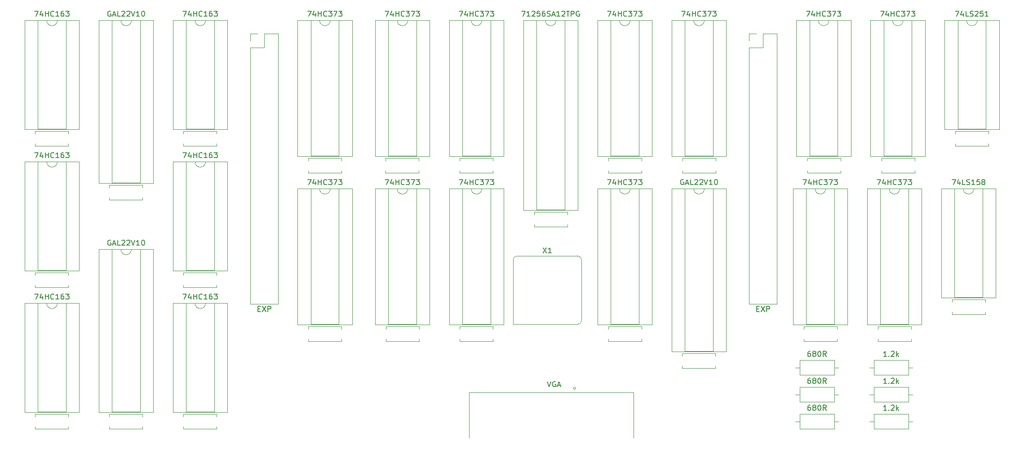
<source format=gbr>
%TF.GenerationSoftware,KiCad,Pcbnew,(5.1.8)-1*%
%TF.CreationDate,2020-12-28T18:09:36+00:00*%
%TF.ProjectId,vga-board,7667612d-626f-4617-9264-2e6b69636164,rev?*%
%TF.SameCoordinates,Original*%
%TF.FileFunction,Legend,Top*%
%TF.FilePolarity,Positive*%
%FSLAX46Y46*%
G04 Gerber Fmt 4.6, Leading zero omitted, Abs format (unit mm)*
G04 Created by KiCad (PCBNEW (5.1.8)-1) date 2020-12-28 18:09:36*
%MOMM*%
%LPD*%
G01*
G04 APERTURE LIST*
%ADD10C,0.120000*%
%ADD11C,0.150000*%
G04 APERTURE END LIST*
D10*
%TO.C,U23*%
X209185000Y-118685000D02*
X207535000Y-118685000D01*
X207535000Y-118685000D02*
X207535000Y-139125000D01*
X207535000Y-139125000D02*
X212835000Y-139125000D01*
X212835000Y-139125000D02*
X212835000Y-118685000D01*
X212835000Y-118685000D02*
X211185000Y-118685000D01*
X205045000Y-118625000D02*
X205045000Y-139185000D01*
X205045000Y-139185000D02*
X215325000Y-139185000D01*
X215325000Y-139185000D02*
X215325000Y-118625000D01*
X215325000Y-118625000D02*
X205045000Y-118625000D01*
X211185000Y-118685000D02*
G75*
G02*
X209185000Y-118685000I-1000000J0D01*
G01*
%TO.C,C23*%
X114315000Y-144680000D02*
X120555000Y-144680000D01*
X114315000Y-147420000D02*
X120555000Y-147420000D01*
X114315000Y-144680000D02*
X114315000Y-145125000D01*
X114315000Y-146975000D02*
X114315000Y-147420000D01*
X120555000Y-144680000D02*
X120555000Y-145125000D01*
X120555000Y-146975000D02*
X120555000Y-147420000D01*
%TO.C,C25*%
X179165000Y-144680000D02*
X185405000Y-144680000D01*
X179165000Y-147420000D02*
X185405000Y-147420000D01*
X179165000Y-144680000D02*
X179165000Y-145125000D01*
X179165000Y-146975000D02*
X179165000Y-147420000D01*
X185405000Y-144680000D02*
X185405000Y-145125000D01*
X185405000Y-146975000D02*
X185405000Y-147420000D01*
%TO.C,C24*%
X156305000Y-112930000D02*
X162545000Y-112930000D01*
X156305000Y-115670000D02*
X162545000Y-115670000D01*
X156305000Y-112930000D02*
X156305000Y-113375000D01*
X156305000Y-115225000D02*
X156305000Y-115670000D01*
X162545000Y-112930000D02*
X162545000Y-113375000D01*
X162545000Y-115225000D02*
X162545000Y-115670000D01*
%TO.C,C22*%
X142335000Y-144680000D02*
X148575000Y-144680000D01*
X142335000Y-147420000D02*
X148575000Y-147420000D01*
X142335000Y-144680000D02*
X142335000Y-145125000D01*
X142335000Y-146975000D02*
X142335000Y-147420000D01*
X148575000Y-144680000D02*
X148575000Y-145125000D01*
X148575000Y-146975000D02*
X148575000Y-147420000D01*
%TO.C,C21*%
X156225000Y-149760000D02*
X162465000Y-149760000D01*
X156225000Y-152500000D02*
X162465000Y-152500000D01*
X156225000Y-149760000D02*
X156225000Y-150205000D01*
X156225000Y-152055000D02*
X156225000Y-152500000D01*
X162465000Y-149760000D02*
X162465000Y-150205000D01*
X162465000Y-152055000D02*
X162465000Y-152500000D01*
%TO.C,C20*%
X100425000Y-144680000D02*
X106665000Y-144680000D01*
X100425000Y-147420000D02*
X106665000Y-147420000D01*
X100425000Y-144680000D02*
X100425000Y-145125000D01*
X100425000Y-146975000D02*
X100425000Y-147420000D01*
X106665000Y-144680000D02*
X106665000Y-145125000D01*
X106665000Y-146975000D02*
X106665000Y-147420000D01*
%TO.C,C19*%
X193135000Y-144680000D02*
X199375000Y-144680000D01*
X193135000Y-147420000D02*
X199375000Y-147420000D01*
X193135000Y-144680000D02*
X193135000Y-145125000D01*
X193135000Y-146975000D02*
X193135000Y-147420000D01*
X199375000Y-144680000D02*
X199375000Y-145125000D01*
X199375000Y-146975000D02*
X199375000Y-147420000D01*
%TO.C,C18*%
X128365000Y-123090000D02*
X134605000Y-123090000D01*
X128365000Y-125830000D02*
X134605000Y-125830000D01*
X128365000Y-123090000D02*
X128365000Y-123535000D01*
X128365000Y-125385000D02*
X128365000Y-125830000D01*
X134605000Y-123090000D02*
X134605000Y-123535000D01*
X134605000Y-125385000D02*
X134605000Y-125830000D01*
%TO.C,C17*%
X62245000Y-107850000D02*
X68485000Y-107850000D01*
X62245000Y-110590000D02*
X68485000Y-110590000D01*
X62245000Y-107850000D02*
X62245000Y-108295000D01*
X62245000Y-110145000D02*
X62245000Y-110590000D01*
X68485000Y-107850000D02*
X68485000Y-108295000D01*
X68485000Y-110145000D02*
X68485000Y-110590000D01*
%TO.C,C16*%
X179800000Y-112930000D02*
X186040000Y-112930000D01*
X179800000Y-115670000D02*
X186040000Y-115670000D01*
X179800000Y-112930000D02*
X179800000Y-113375000D01*
X179800000Y-115225000D02*
X179800000Y-115670000D01*
X186040000Y-112930000D02*
X186040000Y-113375000D01*
X186040000Y-115225000D02*
X186040000Y-115670000D01*
%TO.C,C15*%
X142335000Y-112930000D02*
X148575000Y-112930000D01*
X142335000Y-115670000D02*
X148575000Y-115670000D01*
X142335000Y-112930000D02*
X142335000Y-113375000D01*
X142335000Y-115225000D02*
X142335000Y-115670000D01*
X148575000Y-112930000D02*
X148575000Y-113375000D01*
X148575000Y-115225000D02*
X148575000Y-115670000D01*
%TO.C,C14*%
X34305000Y-107850000D02*
X40545000Y-107850000D01*
X34305000Y-110590000D02*
X40545000Y-110590000D01*
X34305000Y-107850000D02*
X34305000Y-108295000D01*
X34305000Y-110145000D02*
X34305000Y-110590000D01*
X40545000Y-107850000D02*
X40545000Y-108295000D01*
X40545000Y-110145000D02*
X40545000Y-110590000D01*
%TO.C,C13*%
X207660000Y-107850000D02*
X213900000Y-107850000D01*
X207660000Y-110590000D02*
X213900000Y-110590000D01*
X207660000Y-107850000D02*
X207660000Y-108295000D01*
X207660000Y-110145000D02*
X207660000Y-110590000D01*
X213900000Y-107850000D02*
X213900000Y-108295000D01*
X213900000Y-110145000D02*
X213900000Y-110590000D01*
%TO.C,C12*%
X62245000Y-134520000D02*
X68485000Y-134520000D01*
X62245000Y-137260000D02*
X68485000Y-137260000D01*
X62245000Y-134520000D02*
X62245000Y-134965000D01*
X62245000Y-136815000D02*
X62245000Y-137260000D01*
X68485000Y-134520000D02*
X68485000Y-134965000D01*
X68485000Y-136815000D02*
X68485000Y-137260000D01*
%TO.C,C11*%
X193770000Y-112930000D02*
X200010000Y-112930000D01*
X193770000Y-115670000D02*
X200010000Y-115670000D01*
X193770000Y-112930000D02*
X193770000Y-113375000D01*
X193770000Y-115225000D02*
X193770000Y-115670000D01*
X200010000Y-112930000D02*
X200010000Y-113375000D01*
X200010000Y-115225000D02*
X200010000Y-115670000D01*
%TO.C,C10*%
X85740000Y-144680000D02*
X91980000Y-144680000D01*
X85740000Y-147420000D02*
X91980000Y-147420000D01*
X85740000Y-144680000D02*
X85740000Y-145125000D01*
X85740000Y-146975000D02*
X85740000Y-147420000D01*
X91980000Y-144680000D02*
X91980000Y-145125000D01*
X91980000Y-146975000D02*
X91980000Y-147420000D01*
%TO.C,C9*%
X207105000Y-139600000D02*
X213345000Y-139600000D01*
X207105000Y-142340000D02*
X213345000Y-142340000D01*
X207105000Y-139600000D02*
X207105000Y-140045000D01*
X207105000Y-141895000D02*
X207105000Y-142340000D01*
X213345000Y-139600000D02*
X213345000Y-140045000D01*
X213345000Y-141895000D02*
X213345000Y-142340000D01*
%TO.C,C8*%
X100345000Y-112930000D02*
X106585000Y-112930000D01*
X100345000Y-115670000D02*
X106585000Y-115670000D01*
X100345000Y-112930000D02*
X100345000Y-113375000D01*
X100345000Y-115225000D02*
X100345000Y-115670000D01*
X106585000Y-112930000D02*
X106585000Y-113375000D01*
X106585000Y-115225000D02*
X106585000Y-115670000D01*
%TO.C,C7*%
X62245000Y-161190000D02*
X68485000Y-161190000D01*
X62245000Y-163930000D02*
X68485000Y-163930000D01*
X62245000Y-161190000D02*
X62245000Y-161635000D01*
X62245000Y-163485000D02*
X62245000Y-163930000D01*
X68485000Y-161190000D02*
X68485000Y-161635000D01*
X68485000Y-163485000D02*
X68485000Y-163930000D01*
%TO.C,C6*%
X48275000Y-118010000D02*
X54515000Y-118010000D01*
X48275000Y-120750000D02*
X54515000Y-120750000D01*
X48275000Y-118010000D02*
X48275000Y-118455000D01*
X48275000Y-120305000D02*
X48275000Y-120750000D01*
X54515000Y-118010000D02*
X54515000Y-118455000D01*
X54515000Y-120305000D02*
X54515000Y-120750000D01*
%TO.C,C5*%
X85740000Y-112930000D02*
X91980000Y-112930000D01*
X85740000Y-115670000D02*
X91980000Y-115670000D01*
X85740000Y-112930000D02*
X85740000Y-113375000D01*
X85740000Y-115225000D02*
X85740000Y-115670000D01*
X91980000Y-112930000D02*
X91980000Y-113375000D01*
X91980000Y-115225000D02*
X91980000Y-115670000D01*
%TO.C,C4*%
X34305000Y-161190000D02*
X40545000Y-161190000D01*
X34305000Y-163930000D02*
X40545000Y-163930000D01*
X34305000Y-161190000D02*
X34305000Y-161635000D01*
X34305000Y-163485000D02*
X34305000Y-163930000D01*
X40545000Y-161190000D02*
X40545000Y-161635000D01*
X40545000Y-163485000D02*
X40545000Y-163930000D01*
%TO.C,C3*%
X48275000Y-161190000D02*
X54515000Y-161190000D01*
X48275000Y-163930000D02*
X54515000Y-163930000D01*
X48275000Y-161190000D02*
X48275000Y-161635000D01*
X48275000Y-163485000D02*
X48275000Y-163930000D01*
X54515000Y-161190000D02*
X54515000Y-161635000D01*
X54515000Y-163485000D02*
X54515000Y-163930000D01*
%TO.C,C2*%
X34305000Y-134520000D02*
X40545000Y-134520000D01*
X34305000Y-137260000D02*
X40545000Y-137260000D01*
X34305000Y-134520000D02*
X34305000Y-134965000D01*
X34305000Y-136815000D02*
X34305000Y-137260000D01*
X40545000Y-134520000D02*
X40545000Y-134965000D01*
X40545000Y-136815000D02*
X40545000Y-137260000D01*
%TO.C,C1*%
X114315000Y-112930000D02*
X120555000Y-112930000D01*
X114315000Y-115670000D02*
X120555000Y-115670000D01*
X114315000Y-112930000D02*
X114315000Y-113375000D01*
X114315000Y-115225000D02*
X114315000Y-115670000D01*
X120555000Y-112930000D02*
X120555000Y-113375000D01*
X120555000Y-115225000D02*
X120555000Y-115670000D01*
%TO.C,J2*%
X168850000Y-140395000D02*
X174050000Y-140395000D01*
X168850000Y-92075000D02*
X168850000Y-140395000D01*
X174050000Y-89475000D02*
X174050000Y-140395000D01*
X168850000Y-92075000D02*
X171450000Y-92075000D01*
X171450000Y-92075000D02*
X171450000Y-89475000D01*
X171450000Y-89475000D02*
X174050000Y-89475000D01*
X168850000Y-90805000D02*
X168850000Y-89475000D01*
X168850000Y-89475000D02*
X170180000Y-89475000D01*
%TO.C,J1*%
X74870000Y-140395000D02*
X80070000Y-140395000D01*
X74870000Y-92075000D02*
X74870000Y-140395000D01*
X80070000Y-89475000D02*
X80070000Y-140395000D01*
X74870000Y-92075000D02*
X77470000Y-92075000D01*
X77470000Y-92075000D02*
X77470000Y-89475000D01*
X77470000Y-89475000D02*
X80070000Y-89475000D01*
X74870000Y-90805000D02*
X74870000Y-89475000D01*
X74870000Y-89475000D02*
X76200000Y-89475000D01*
%TO.C,X1*%
X124360000Y-132095000D02*
X124360000Y-144245000D01*
X136510000Y-131345000D02*
X125110000Y-131345000D01*
X137260000Y-143495000D02*
X137260000Y-132095000D01*
X124360000Y-144245000D02*
X136510000Y-144245000D01*
X125110000Y-131345000D02*
G75*
G03*
X124360000Y-132095000I0J-750000D01*
G01*
X137260000Y-132095000D02*
G75*
G03*
X136510000Y-131345000I-750000J0D01*
G01*
X136510000Y-144245000D02*
G75*
G03*
X137260000Y-143495000I0J750000D01*
G01*
%TO.C,U25*%
X158385000Y-86935000D02*
X156735000Y-86935000D01*
X156735000Y-86935000D02*
X156735000Y-112455000D01*
X156735000Y-112455000D02*
X162035000Y-112455000D01*
X162035000Y-112455000D02*
X162035000Y-86935000D01*
X162035000Y-86935000D02*
X160385000Y-86935000D01*
X154245000Y-86875000D02*
X154245000Y-112515000D01*
X154245000Y-112515000D02*
X164525000Y-112515000D01*
X164525000Y-112515000D02*
X164525000Y-86875000D01*
X164525000Y-86875000D02*
X154245000Y-86875000D01*
X160385000Y-86935000D02*
G75*
G02*
X158385000Y-86935000I-1000000J0D01*
G01*
%TO.C,U24*%
X144415000Y-86935000D02*
X142765000Y-86935000D01*
X142765000Y-86935000D02*
X142765000Y-112455000D01*
X142765000Y-112455000D02*
X148065000Y-112455000D01*
X148065000Y-112455000D02*
X148065000Y-86935000D01*
X148065000Y-86935000D02*
X146415000Y-86935000D01*
X140275000Y-86875000D02*
X140275000Y-112515000D01*
X140275000Y-112515000D02*
X150555000Y-112515000D01*
X150555000Y-112515000D02*
X150555000Y-86875000D01*
X150555000Y-86875000D02*
X140275000Y-86875000D01*
X146415000Y-86935000D02*
G75*
G02*
X144415000Y-86935000I-1000000J0D01*
G01*
%TO.C,U22*%
X195215000Y-118685000D02*
X193565000Y-118685000D01*
X193565000Y-118685000D02*
X193565000Y-144205000D01*
X193565000Y-144205000D02*
X198865000Y-144205000D01*
X198865000Y-144205000D02*
X198865000Y-118685000D01*
X198865000Y-118685000D02*
X197215000Y-118685000D01*
X191075000Y-118625000D02*
X191075000Y-144265000D01*
X191075000Y-144265000D02*
X201355000Y-144265000D01*
X201355000Y-144265000D02*
X201355000Y-118625000D01*
X201355000Y-118625000D02*
X191075000Y-118625000D01*
X197215000Y-118685000D02*
G75*
G02*
X195215000Y-118685000I-1000000J0D01*
G01*
%TO.C,U21*%
X181245000Y-118685000D02*
X179595000Y-118685000D01*
X179595000Y-118685000D02*
X179595000Y-144205000D01*
X179595000Y-144205000D02*
X184895000Y-144205000D01*
X184895000Y-144205000D02*
X184895000Y-118685000D01*
X184895000Y-118685000D02*
X183245000Y-118685000D01*
X177105000Y-118625000D02*
X177105000Y-144265000D01*
X177105000Y-144265000D02*
X187385000Y-144265000D01*
X187385000Y-144265000D02*
X187385000Y-118625000D01*
X187385000Y-118625000D02*
X177105000Y-118625000D01*
X183245000Y-118685000D02*
G75*
G02*
X181245000Y-118685000I-1000000J0D01*
G01*
%TO.C,U20*%
X209820000Y-86935000D02*
X208170000Y-86935000D01*
X208170000Y-86935000D02*
X208170000Y-107375000D01*
X208170000Y-107375000D02*
X213470000Y-107375000D01*
X213470000Y-107375000D02*
X213470000Y-86935000D01*
X213470000Y-86935000D02*
X211820000Y-86935000D01*
X205680000Y-86875000D02*
X205680000Y-107435000D01*
X205680000Y-107435000D02*
X215960000Y-107435000D01*
X215960000Y-107435000D02*
X215960000Y-86875000D01*
X215960000Y-86875000D02*
X205680000Y-86875000D01*
X211820000Y-86935000D02*
G75*
G02*
X209820000Y-86935000I-1000000J0D01*
G01*
%TO.C,U19*%
X195850000Y-86935000D02*
X194200000Y-86935000D01*
X194200000Y-86935000D02*
X194200000Y-112455000D01*
X194200000Y-112455000D02*
X199500000Y-112455000D01*
X199500000Y-112455000D02*
X199500000Y-86935000D01*
X199500000Y-86935000D02*
X197850000Y-86935000D01*
X191710000Y-86875000D02*
X191710000Y-112515000D01*
X191710000Y-112515000D02*
X201990000Y-112515000D01*
X201990000Y-112515000D02*
X201990000Y-86875000D01*
X201990000Y-86875000D02*
X191710000Y-86875000D01*
X197850000Y-86935000D02*
G75*
G02*
X195850000Y-86935000I-1000000J0D01*
G01*
%TO.C,U18*%
X181880000Y-86935000D02*
X180230000Y-86935000D01*
X180230000Y-86935000D02*
X180230000Y-112455000D01*
X180230000Y-112455000D02*
X185530000Y-112455000D01*
X185530000Y-112455000D02*
X185530000Y-86935000D01*
X185530000Y-86935000D02*
X183880000Y-86935000D01*
X177740000Y-86875000D02*
X177740000Y-112515000D01*
X177740000Y-112515000D02*
X188020000Y-112515000D01*
X188020000Y-112515000D02*
X188020000Y-86875000D01*
X188020000Y-86875000D02*
X177740000Y-86875000D01*
X183880000Y-86935000D02*
G75*
G02*
X181880000Y-86935000I-1000000J0D01*
G01*
%TO.C,U17*%
X144415000Y-118685000D02*
X142765000Y-118685000D01*
X142765000Y-118685000D02*
X142765000Y-144205000D01*
X142765000Y-144205000D02*
X148065000Y-144205000D01*
X148065000Y-144205000D02*
X148065000Y-118685000D01*
X148065000Y-118685000D02*
X146415000Y-118685000D01*
X140275000Y-118625000D02*
X140275000Y-144265000D01*
X140275000Y-144265000D02*
X150555000Y-144265000D01*
X150555000Y-144265000D02*
X150555000Y-118625000D01*
X150555000Y-118625000D02*
X140275000Y-118625000D01*
X146415000Y-118685000D02*
G75*
G02*
X144415000Y-118685000I-1000000J0D01*
G01*
%TO.C,U16*%
X87900000Y-118685000D02*
X86250000Y-118685000D01*
X86250000Y-118685000D02*
X86250000Y-144205000D01*
X86250000Y-144205000D02*
X91550000Y-144205000D01*
X91550000Y-144205000D02*
X91550000Y-118685000D01*
X91550000Y-118685000D02*
X89900000Y-118685000D01*
X83760000Y-118625000D02*
X83760000Y-144265000D01*
X83760000Y-144265000D02*
X94040000Y-144265000D01*
X94040000Y-144265000D02*
X94040000Y-118625000D01*
X94040000Y-118625000D02*
X83760000Y-118625000D01*
X89900000Y-118685000D02*
G75*
G02*
X87900000Y-118685000I-1000000J0D01*
G01*
%TO.C,U15*%
X87900000Y-86935000D02*
X86250000Y-86935000D01*
X86250000Y-86935000D02*
X86250000Y-112455000D01*
X86250000Y-112455000D02*
X91550000Y-112455000D01*
X91550000Y-112455000D02*
X91550000Y-86935000D01*
X91550000Y-86935000D02*
X89900000Y-86935000D01*
X83760000Y-86875000D02*
X83760000Y-112515000D01*
X83760000Y-112515000D02*
X94040000Y-112515000D01*
X94040000Y-112515000D02*
X94040000Y-86875000D01*
X94040000Y-86875000D02*
X83760000Y-86875000D01*
X89900000Y-86935000D02*
G75*
G02*
X87900000Y-86935000I-1000000J0D01*
G01*
%TO.C,U14*%
X102505000Y-118685000D02*
X100855000Y-118685000D01*
X100855000Y-118685000D02*
X100855000Y-144205000D01*
X100855000Y-144205000D02*
X106155000Y-144205000D01*
X106155000Y-144205000D02*
X106155000Y-118685000D01*
X106155000Y-118685000D02*
X104505000Y-118685000D01*
X98365000Y-118625000D02*
X98365000Y-144265000D01*
X98365000Y-144265000D02*
X108645000Y-144265000D01*
X108645000Y-144265000D02*
X108645000Y-118625000D01*
X108645000Y-118625000D02*
X98365000Y-118625000D01*
X104505000Y-118685000D02*
G75*
G02*
X102505000Y-118685000I-1000000J0D01*
G01*
%TO.C,U13*%
X102505000Y-86935000D02*
X100855000Y-86935000D01*
X100855000Y-86935000D02*
X100855000Y-112455000D01*
X100855000Y-112455000D02*
X106155000Y-112455000D01*
X106155000Y-112455000D02*
X106155000Y-86935000D01*
X106155000Y-86935000D02*
X104505000Y-86935000D01*
X98365000Y-86875000D02*
X98365000Y-112515000D01*
X98365000Y-112515000D02*
X108645000Y-112515000D01*
X108645000Y-112515000D02*
X108645000Y-86875000D01*
X108645000Y-86875000D02*
X98365000Y-86875000D01*
X104505000Y-86935000D02*
G75*
G02*
X102505000Y-86935000I-1000000J0D01*
G01*
%TO.C,U12*%
X116475000Y-118685000D02*
X114825000Y-118685000D01*
X114825000Y-118685000D02*
X114825000Y-144205000D01*
X114825000Y-144205000D02*
X120125000Y-144205000D01*
X120125000Y-144205000D02*
X120125000Y-118685000D01*
X120125000Y-118685000D02*
X118475000Y-118685000D01*
X112335000Y-118625000D02*
X112335000Y-144265000D01*
X112335000Y-144265000D02*
X122615000Y-144265000D01*
X122615000Y-144265000D02*
X122615000Y-118625000D01*
X122615000Y-118625000D02*
X112335000Y-118625000D01*
X118475000Y-118685000D02*
G75*
G02*
X116475000Y-118685000I-1000000J0D01*
G01*
%TO.C,U11*%
X116475000Y-86935000D02*
X114825000Y-86935000D01*
X114825000Y-86935000D02*
X114825000Y-112455000D01*
X114825000Y-112455000D02*
X120125000Y-112455000D01*
X120125000Y-112455000D02*
X120125000Y-86935000D01*
X120125000Y-86935000D02*
X118475000Y-86935000D01*
X112335000Y-86875000D02*
X112335000Y-112515000D01*
X112335000Y-112515000D02*
X122615000Y-112515000D01*
X122615000Y-112515000D02*
X122615000Y-86875000D01*
X122615000Y-86875000D02*
X112335000Y-86875000D01*
X118475000Y-86935000D02*
G75*
G02*
X116475000Y-86935000I-1000000J0D01*
G01*
%TO.C,U10*%
X64405000Y-140275000D02*
X62755000Y-140275000D01*
X62755000Y-140275000D02*
X62755000Y-160715000D01*
X62755000Y-160715000D02*
X68055000Y-160715000D01*
X68055000Y-160715000D02*
X68055000Y-140275000D01*
X68055000Y-140275000D02*
X66405000Y-140275000D01*
X60265000Y-140215000D02*
X60265000Y-160775000D01*
X60265000Y-160775000D02*
X70545000Y-160775000D01*
X70545000Y-160775000D02*
X70545000Y-140215000D01*
X70545000Y-140215000D02*
X60265000Y-140215000D01*
X66405000Y-140275000D02*
G75*
G02*
X64405000Y-140275000I-1000000J0D01*
G01*
%TO.C,U9*%
X64405000Y-113605000D02*
X62755000Y-113605000D01*
X62755000Y-113605000D02*
X62755000Y-134045000D01*
X62755000Y-134045000D02*
X68055000Y-134045000D01*
X68055000Y-134045000D02*
X68055000Y-113605000D01*
X68055000Y-113605000D02*
X66405000Y-113605000D01*
X60265000Y-113545000D02*
X60265000Y-134105000D01*
X60265000Y-134105000D02*
X70545000Y-134105000D01*
X70545000Y-134105000D02*
X70545000Y-113545000D01*
X70545000Y-113545000D02*
X60265000Y-113545000D01*
X66405000Y-113605000D02*
G75*
G02*
X64405000Y-113605000I-1000000J0D01*
G01*
%TO.C,U8*%
X64405000Y-86935000D02*
X62755000Y-86935000D01*
X62755000Y-86935000D02*
X62755000Y-107375000D01*
X62755000Y-107375000D02*
X68055000Y-107375000D01*
X68055000Y-107375000D02*
X68055000Y-86935000D01*
X68055000Y-86935000D02*
X66405000Y-86935000D01*
X60265000Y-86875000D02*
X60265000Y-107435000D01*
X60265000Y-107435000D02*
X70545000Y-107435000D01*
X70545000Y-107435000D02*
X70545000Y-86875000D01*
X70545000Y-86875000D02*
X60265000Y-86875000D01*
X66405000Y-86935000D02*
G75*
G02*
X64405000Y-86935000I-1000000J0D01*
G01*
%TO.C,U7*%
X50435000Y-130115000D02*
X48785000Y-130115000D01*
X48785000Y-130115000D02*
X48785000Y-160715000D01*
X48785000Y-160715000D02*
X54085000Y-160715000D01*
X54085000Y-160715000D02*
X54085000Y-130115000D01*
X54085000Y-130115000D02*
X52435000Y-130115000D01*
X46295000Y-130055000D02*
X46295000Y-160775000D01*
X46295000Y-160775000D02*
X56575000Y-160775000D01*
X56575000Y-160775000D02*
X56575000Y-130055000D01*
X56575000Y-130055000D02*
X46295000Y-130055000D01*
X52435000Y-130115000D02*
G75*
G02*
X50435000Y-130115000I-1000000J0D01*
G01*
%TO.C,U6*%
X158385000Y-118685000D02*
X156735000Y-118685000D01*
X156735000Y-118685000D02*
X156735000Y-149285000D01*
X156735000Y-149285000D02*
X162035000Y-149285000D01*
X162035000Y-149285000D02*
X162035000Y-118685000D01*
X162035000Y-118685000D02*
X160385000Y-118685000D01*
X154245000Y-118625000D02*
X154245000Y-149345000D01*
X154245000Y-149345000D02*
X164525000Y-149345000D01*
X164525000Y-149345000D02*
X164525000Y-118625000D01*
X164525000Y-118625000D02*
X154245000Y-118625000D01*
X160385000Y-118685000D02*
G75*
G02*
X158385000Y-118685000I-1000000J0D01*
G01*
%TO.C,U5*%
X130445000Y-86935000D02*
X128795000Y-86935000D01*
X128795000Y-86935000D02*
X128795000Y-122615000D01*
X128795000Y-122615000D02*
X134095000Y-122615000D01*
X134095000Y-122615000D02*
X134095000Y-86935000D01*
X134095000Y-86935000D02*
X132445000Y-86935000D01*
X126305000Y-86875000D02*
X126305000Y-122675000D01*
X126305000Y-122675000D02*
X136585000Y-122675000D01*
X136585000Y-122675000D02*
X136585000Y-86875000D01*
X136585000Y-86875000D02*
X126305000Y-86875000D01*
X132445000Y-86935000D02*
G75*
G02*
X130445000Y-86935000I-1000000J0D01*
G01*
%TO.C,U4*%
X36465000Y-140275000D02*
X34815000Y-140275000D01*
X34815000Y-140275000D02*
X34815000Y-160715000D01*
X34815000Y-160715000D02*
X40115000Y-160715000D01*
X40115000Y-160715000D02*
X40115000Y-140275000D01*
X40115000Y-140275000D02*
X38465000Y-140275000D01*
X32325000Y-140215000D02*
X32325000Y-160775000D01*
X32325000Y-160775000D02*
X42605000Y-160775000D01*
X42605000Y-160775000D02*
X42605000Y-140215000D01*
X42605000Y-140215000D02*
X32325000Y-140215000D01*
X38465000Y-140275000D02*
G75*
G02*
X36465000Y-140275000I-1000000J0D01*
G01*
%TO.C,U3*%
X36465000Y-113605000D02*
X34815000Y-113605000D01*
X34815000Y-113605000D02*
X34815000Y-134045000D01*
X34815000Y-134045000D02*
X40115000Y-134045000D01*
X40115000Y-134045000D02*
X40115000Y-113605000D01*
X40115000Y-113605000D02*
X38465000Y-113605000D01*
X32325000Y-113545000D02*
X32325000Y-134105000D01*
X32325000Y-134105000D02*
X42605000Y-134105000D01*
X42605000Y-134105000D02*
X42605000Y-113545000D01*
X42605000Y-113545000D02*
X32325000Y-113545000D01*
X38465000Y-113605000D02*
G75*
G02*
X36465000Y-113605000I-1000000J0D01*
G01*
%TO.C,U2*%
X36465000Y-86935000D02*
X34815000Y-86935000D01*
X34815000Y-86935000D02*
X34815000Y-107375000D01*
X34815000Y-107375000D02*
X40115000Y-107375000D01*
X40115000Y-107375000D02*
X40115000Y-86935000D01*
X40115000Y-86935000D02*
X38465000Y-86935000D01*
X32325000Y-86875000D02*
X32325000Y-107435000D01*
X32325000Y-107435000D02*
X42605000Y-107435000D01*
X42605000Y-107435000D02*
X42605000Y-86875000D01*
X42605000Y-86875000D02*
X32325000Y-86875000D01*
X38465000Y-86935000D02*
G75*
G02*
X36465000Y-86935000I-1000000J0D01*
G01*
%TO.C,U1*%
X50435000Y-86935000D02*
X48785000Y-86935000D01*
X48785000Y-86935000D02*
X48785000Y-117535000D01*
X48785000Y-117535000D02*
X54085000Y-117535000D01*
X54085000Y-117535000D02*
X54085000Y-86935000D01*
X54085000Y-86935000D02*
X52435000Y-86935000D01*
X46295000Y-86875000D02*
X46295000Y-117595000D01*
X46295000Y-117595000D02*
X56575000Y-117595000D01*
X56575000Y-117595000D02*
X56575000Y-86875000D01*
X56575000Y-86875000D02*
X46295000Y-86875000D01*
X52435000Y-86935000D02*
G75*
G02*
X50435000Y-86935000I-1000000J0D01*
G01*
%TO.C,R6*%
X199620000Y-162560000D02*
X198850000Y-162560000D01*
X191540000Y-162560000D02*
X192310000Y-162560000D01*
X198850000Y-161190000D02*
X192310000Y-161190000D01*
X198850000Y-163930000D02*
X198850000Y-161190000D01*
X192310000Y-163930000D02*
X198850000Y-163930000D01*
X192310000Y-161190000D02*
X192310000Y-163930000D01*
%TO.C,R5*%
X178340000Y-161190000D02*
X178340000Y-163930000D01*
X178340000Y-163930000D02*
X184880000Y-163930000D01*
X184880000Y-163930000D02*
X184880000Y-161190000D01*
X184880000Y-161190000D02*
X178340000Y-161190000D01*
X177570000Y-162560000D02*
X178340000Y-162560000D01*
X185650000Y-162560000D02*
X184880000Y-162560000D01*
%TO.C,R4*%
X199620000Y-157480000D02*
X198850000Y-157480000D01*
X191540000Y-157480000D02*
X192310000Y-157480000D01*
X198850000Y-156110000D02*
X192310000Y-156110000D01*
X198850000Y-158850000D02*
X198850000Y-156110000D01*
X192310000Y-158850000D02*
X198850000Y-158850000D01*
X192310000Y-156110000D02*
X192310000Y-158850000D01*
%TO.C,R3*%
X178340000Y-156110000D02*
X178340000Y-158850000D01*
X178340000Y-158850000D02*
X184880000Y-158850000D01*
X184880000Y-158850000D02*
X184880000Y-156110000D01*
X184880000Y-156110000D02*
X178340000Y-156110000D01*
X177570000Y-157480000D02*
X178340000Y-157480000D01*
X185650000Y-157480000D02*
X184880000Y-157480000D01*
%TO.C,R2*%
X199620000Y-152400000D02*
X198850000Y-152400000D01*
X191540000Y-152400000D02*
X192310000Y-152400000D01*
X198850000Y-151030000D02*
X192310000Y-151030000D01*
X198850000Y-153770000D02*
X198850000Y-151030000D01*
X192310000Y-153770000D02*
X198850000Y-153770000D01*
X192310000Y-151030000D02*
X192310000Y-153770000D01*
%TO.C,R1*%
X178340000Y-151030000D02*
X178340000Y-153770000D01*
X178340000Y-153770000D02*
X184880000Y-153770000D01*
X184880000Y-153770000D02*
X184880000Y-151030000D01*
X184880000Y-151030000D02*
X178340000Y-151030000D01*
X177570000Y-152400000D02*
X178340000Y-152400000D01*
X185650000Y-152400000D02*
X184880000Y-152400000D01*
%TO.C,J3*%
X116090000Y-165680000D02*
X116090000Y-157080000D01*
X116090000Y-157080000D02*
X147060000Y-157080000D01*
X147060000Y-157080000D02*
X147060000Y-165680000D01*
X135640000Y-156185662D02*
X136140000Y-156185662D01*
X136140000Y-156185662D02*
X135890000Y-156618675D01*
X135890000Y-156618675D02*
X135640000Y-156185662D01*
%TO.C,U23*%
D11*
X207065952Y-116927380D02*
X207732619Y-116927380D01*
X207304047Y-117927380D01*
X208542142Y-117260714D02*
X208542142Y-117927380D01*
X208304047Y-116879761D02*
X208065952Y-117594047D01*
X208685000Y-117594047D01*
X209542142Y-117927380D02*
X209065952Y-117927380D01*
X209065952Y-116927380D01*
X209827857Y-117879761D02*
X209970714Y-117927380D01*
X210208809Y-117927380D01*
X210304047Y-117879761D01*
X210351666Y-117832142D01*
X210399285Y-117736904D01*
X210399285Y-117641666D01*
X210351666Y-117546428D01*
X210304047Y-117498809D01*
X210208809Y-117451190D01*
X210018333Y-117403571D01*
X209923095Y-117355952D01*
X209875476Y-117308333D01*
X209827857Y-117213095D01*
X209827857Y-117117857D01*
X209875476Y-117022619D01*
X209923095Y-116975000D01*
X210018333Y-116927380D01*
X210256428Y-116927380D01*
X210399285Y-116975000D01*
X211351666Y-117927380D02*
X210780238Y-117927380D01*
X211065952Y-117927380D02*
X211065952Y-116927380D01*
X210970714Y-117070238D01*
X210875476Y-117165476D01*
X210780238Y-117213095D01*
X212256428Y-116927380D02*
X211780238Y-116927380D01*
X211732619Y-117403571D01*
X211780238Y-117355952D01*
X211875476Y-117308333D01*
X212113571Y-117308333D01*
X212208809Y-117355952D01*
X212256428Y-117403571D01*
X212304047Y-117498809D01*
X212304047Y-117736904D01*
X212256428Y-117832142D01*
X212208809Y-117879761D01*
X212113571Y-117927380D01*
X211875476Y-117927380D01*
X211780238Y-117879761D01*
X211732619Y-117832142D01*
X212875476Y-117355952D02*
X212780238Y-117308333D01*
X212732619Y-117260714D01*
X212685000Y-117165476D01*
X212685000Y-117117857D01*
X212732619Y-117022619D01*
X212780238Y-116975000D01*
X212875476Y-116927380D01*
X213065952Y-116927380D01*
X213161190Y-116975000D01*
X213208809Y-117022619D01*
X213256428Y-117117857D01*
X213256428Y-117165476D01*
X213208809Y-117260714D01*
X213161190Y-117308333D01*
X213065952Y-117355952D01*
X212875476Y-117355952D01*
X212780238Y-117403571D01*
X212732619Y-117451190D01*
X212685000Y-117546428D01*
X212685000Y-117736904D01*
X212732619Y-117832142D01*
X212780238Y-117879761D01*
X212875476Y-117927380D01*
X213065952Y-117927380D01*
X213161190Y-117879761D01*
X213208809Y-117832142D01*
X213256428Y-117736904D01*
X213256428Y-117546428D01*
X213208809Y-117451190D01*
X213161190Y-117403571D01*
X213065952Y-117355952D01*
%TO.C,J2*%
X170259523Y-141323571D02*
X170592857Y-141323571D01*
X170735714Y-141847380D02*
X170259523Y-141847380D01*
X170259523Y-140847380D01*
X170735714Y-140847380D01*
X171069047Y-140847380D02*
X171735714Y-141847380D01*
X171735714Y-140847380D02*
X171069047Y-141847380D01*
X172116666Y-141847380D02*
X172116666Y-140847380D01*
X172497619Y-140847380D01*
X172592857Y-140895000D01*
X172640476Y-140942619D01*
X172688095Y-141037857D01*
X172688095Y-141180714D01*
X172640476Y-141275952D01*
X172592857Y-141323571D01*
X172497619Y-141371190D01*
X172116666Y-141371190D01*
%TO.C,J1*%
X76279523Y-141323571D02*
X76612857Y-141323571D01*
X76755714Y-141847380D02*
X76279523Y-141847380D01*
X76279523Y-140847380D01*
X76755714Y-140847380D01*
X77089047Y-140847380D02*
X77755714Y-141847380D01*
X77755714Y-140847380D02*
X77089047Y-141847380D01*
X78136666Y-141847380D02*
X78136666Y-140847380D01*
X78517619Y-140847380D01*
X78612857Y-140895000D01*
X78660476Y-140942619D01*
X78708095Y-141037857D01*
X78708095Y-141180714D01*
X78660476Y-141275952D01*
X78612857Y-141323571D01*
X78517619Y-141371190D01*
X78136666Y-141371190D01*
%TO.C,X1*%
X130000476Y-129797380D02*
X130667142Y-130797380D01*
X130667142Y-129797380D02*
X130000476Y-130797380D01*
X131571904Y-130797380D02*
X131000476Y-130797380D01*
X131286190Y-130797380D02*
X131286190Y-129797380D01*
X131190952Y-129940238D01*
X131095714Y-130035476D01*
X131000476Y-130083095D01*
%TO.C,U25*%
X156123095Y-85177380D02*
X156789761Y-85177380D01*
X156361190Y-86177380D01*
X157599285Y-85510714D02*
X157599285Y-86177380D01*
X157361190Y-85129761D02*
X157123095Y-85844047D01*
X157742142Y-85844047D01*
X158123095Y-86177380D02*
X158123095Y-85177380D01*
X158123095Y-85653571D02*
X158694523Y-85653571D01*
X158694523Y-86177380D02*
X158694523Y-85177380D01*
X159742142Y-86082142D02*
X159694523Y-86129761D01*
X159551666Y-86177380D01*
X159456428Y-86177380D01*
X159313571Y-86129761D01*
X159218333Y-86034523D01*
X159170714Y-85939285D01*
X159123095Y-85748809D01*
X159123095Y-85605952D01*
X159170714Y-85415476D01*
X159218333Y-85320238D01*
X159313571Y-85225000D01*
X159456428Y-85177380D01*
X159551666Y-85177380D01*
X159694523Y-85225000D01*
X159742142Y-85272619D01*
X160075476Y-85177380D02*
X160694523Y-85177380D01*
X160361190Y-85558333D01*
X160504047Y-85558333D01*
X160599285Y-85605952D01*
X160646904Y-85653571D01*
X160694523Y-85748809D01*
X160694523Y-85986904D01*
X160646904Y-86082142D01*
X160599285Y-86129761D01*
X160504047Y-86177380D01*
X160218333Y-86177380D01*
X160123095Y-86129761D01*
X160075476Y-86082142D01*
X161027857Y-85177380D02*
X161694523Y-85177380D01*
X161265952Y-86177380D01*
X161980238Y-85177380D02*
X162599285Y-85177380D01*
X162265952Y-85558333D01*
X162408809Y-85558333D01*
X162504047Y-85605952D01*
X162551666Y-85653571D01*
X162599285Y-85748809D01*
X162599285Y-85986904D01*
X162551666Y-86082142D01*
X162504047Y-86129761D01*
X162408809Y-86177380D01*
X162123095Y-86177380D01*
X162027857Y-86129761D01*
X161980238Y-86082142D01*
%TO.C,U24*%
X142153095Y-85177380D02*
X142819761Y-85177380D01*
X142391190Y-86177380D01*
X143629285Y-85510714D02*
X143629285Y-86177380D01*
X143391190Y-85129761D02*
X143153095Y-85844047D01*
X143772142Y-85844047D01*
X144153095Y-86177380D02*
X144153095Y-85177380D01*
X144153095Y-85653571D02*
X144724523Y-85653571D01*
X144724523Y-86177380D02*
X144724523Y-85177380D01*
X145772142Y-86082142D02*
X145724523Y-86129761D01*
X145581666Y-86177380D01*
X145486428Y-86177380D01*
X145343571Y-86129761D01*
X145248333Y-86034523D01*
X145200714Y-85939285D01*
X145153095Y-85748809D01*
X145153095Y-85605952D01*
X145200714Y-85415476D01*
X145248333Y-85320238D01*
X145343571Y-85225000D01*
X145486428Y-85177380D01*
X145581666Y-85177380D01*
X145724523Y-85225000D01*
X145772142Y-85272619D01*
X146105476Y-85177380D02*
X146724523Y-85177380D01*
X146391190Y-85558333D01*
X146534047Y-85558333D01*
X146629285Y-85605952D01*
X146676904Y-85653571D01*
X146724523Y-85748809D01*
X146724523Y-85986904D01*
X146676904Y-86082142D01*
X146629285Y-86129761D01*
X146534047Y-86177380D01*
X146248333Y-86177380D01*
X146153095Y-86129761D01*
X146105476Y-86082142D01*
X147057857Y-85177380D02*
X147724523Y-85177380D01*
X147295952Y-86177380D01*
X148010238Y-85177380D02*
X148629285Y-85177380D01*
X148295952Y-85558333D01*
X148438809Y-85558333D01*
X148534047Y-85605952D01*
X148581666Y-85653571D01*
X148629285Y-85748809D01*
X148629285Y-85986904D01*
X148581666Y-86082142D01*
X148534047Y-86129761D01*
X148438809Y-86177380D01*
X148153095Y-86177380D01*
X148057857Y-86129761D01*
X148010238Y-86082142D01*
%TO.C,U22*%
X192953095Y-116927380D02*
X193619761Y-116927380D01*
X193191190Y-117927380D01*
X194429285Y-117260714D02*
X194429285Y-117927380D01*
X194191190Y-116879761D02*
X193953095Y-117594047D01*
X194572142Y-117594047D01*
X194953095Y-117927380D02*
X194953095Y-116927380D01*
X194953095Y-117403571D02*
X195524523Y-117403571D01*
X195524523Y-117927380D02*
X195524523Y-116927380D01*
X196572142Y-117832142D02*
X196524523Y-117879761D01*
X196381666Y-117927380D01*
X196286428Y-117927380D01*
X196143571Y-117879761D01*
X196048333Y-117784523D01*
X196000714Y-117689285D01*
X195953095Y-117498809D01*
X195953095Y-117355952D01*
X196000714Y-117165476D01*
X196048333Y-117070238D01*
X196143571Y-116975000D01*
X196286428Y-116927380D01*
X196381666Y-116927380D01*
X196524523Y-116975000D01*
X196572142Y-117022619D01*
X196905476Y-116927380D02*
X197524523Y-116927380D01*
X197191190Y-117308333D01*
X197334047Y-117308333D01*
X197429285Y-117355952D01*
X197476904Y-117403571D01*
X197524523Y-117498809D01*
X197524523Y-117736904D01*
X197476904Y-117832142D01*
X197429285Y-117879761D01*
X197334047Y-117927380D01*
X197048333Y-117927380D01*
X196953095Y-117879761D01*
X196905476Y-117832142D01*
X197857857Y-116927380D02*
X198524523Y-116927380D01*
X198095952Y-117927380D01*
X198810238Y-116927380D02*
X199429285Y-116927380D01*
X199095952Y-117308333D01*
X199238809Y-117308333D01*
X199334047Y-117355952D01*
X199381666Y-117403571D01*
X199429285Y-117498809D01*
X199429285Y-117736904D01*
X199381666Y-117832142D01*
X199334047Y-117879761D01*
X199238809Y-117927380D01*
X198953095Y-117927380D01*
X198857857Y-117879761D01*
X198810238Y-117832142D01*
%TO.C,U21*%
X178983095Y-116927380D02*
X179649761Y-116927380D01*
X179221190Y-117927380D01*
X180459285Y-117260714D02*
X180459285Y-117927380D01*
X180221190Y-116879761D02*
X179983095Y-117594047D01*
X180602142Y-117594047D01*
X180983095Y-117927380D02*
X180983095Y-116927380D01*
X180983095Y-117403571D02*
X181554523Y-117403571D01*
X181554523Y-117927380D02*
X181554523Y-116927380D01*
X182602142Y-117832142D02*
X182554523Y-117879761D01*
X182411666Y-117927380D01*
X182316428Y-117927380D01*
X182173571Y-117879761D01*
X182078333Y-117784523D01*
X182030714Y-117689285D01*
X181983095Y-117498809D01*
X181983095Y-117355952D01*
X182030714Y-117165476D01*
X182078333Y-117070238D01*
X182173571Y-116975000D01*
X182316428Y-116927380D01*
X182411666Y-116927380D01*
X182554523Y-116975000D01*
X182602142Y-117022619D01*
X182935476Y-116927380D02*
X183554523Y-116927380D01*
X183221190Y-117308333D01*
X183364047Y-117308333D01*
X183459285Y-117355952D01*
X183506904Y-117403571D01*
X183554523Y-117498809D01*
X183554523Y-117736904D01*
X183506904Y-117832142D01*
X183459285Y-117879761D01*
X183364047Y-117927380D01*
X183078333Y-117927380D01*
X182983095Y-117879761D01*
X182935476Y-117832142D01*
X183887857Y-116927380D02*
X184554523Y-116927380D01*
X184125952Y-117927380D01*
X184840238Y-116927380D02*
X185459285Y-116927380D01*
X185125952Y-117308333D01*
X185268809Y-117308333D01*
X185364047Y-117355952D01*
X185411666Y-117403571D01*
X185459285Y-117498809D01*
X185459285Y-117736904D01*
X185411666Y-117832142D01*
X185364047Y-117879761D01*
X185268809Y-117927380D01*
X184983095Y-117927380D01*
X184887857Y-117879761D01*
X184840238Y-117832142D01*
%TO.C,U20*%
X207700952Y-85177380D02*
X208367619Y-85177380D01*
X207939047Y-86177380D01*
X209177142Y-85510714D02*
X209177142Y-86177380D01*
X208939047Y-85129761D02*
X208700952Y-85844047D01*
X209320000Y-85844047D01*
X210177142Y-86177380D02*
X209700952Y-86177380D01*
X209700952Y-85177380D01*
X210462857Y-86129761D02*
X210605714Y-86177380D01*
X210843809Y-86177380D01*
X210939047Y-86129761D01*
X210986666Y-86082142D01*
X211034285Y-85986904D01*
X211034285Y-85891666D01*
X210986666Y-85796428D01*
X210939047Y-85748809D01*
X210843809Y-85701190D01*
X210653333Y-85653571D01*
X210558095Y-85605952D01*
X210510476Y-85558333D01*
X210462857Y-85463095D01*
X210462857Y-85367857D01*
X210510476Y-85272619D01*
X210558095Y-85225000D01*
X210653333Y-85177380D01*
X210891428Y-85177380D01*
X211034285Y-85225000D01*
X211415238Y-85272619D02*
X211462857Y-85225000D01*
X211558095Y-85177380D01*
X211796190Y-85177380D01*
X211891428Y-85225000D01*
X211939047Y-85272619D01*
X211986666Y-85367857D01*
X211986666Y-85463095D01*
X211939047Y-85605952D01*
X211367619Y-86177380D01*
X211986666Y-86177380D01*
X212891428Y-85177380D02*
X212415238Y-85177380D01*
X212367619Y-85653571D01*
X212415238Y-85605952D01*
X212510476Y-85558333D01*
X212748571Y-85558333D01*
X212843809Y-85605952D01*
X212891428Y-85653571D01*
X212939047Y-85748809D01*
X212939047Y-85986904D01*
X212891428Y-86082142D01*
X212843809Y-86129761D01*
X212748571Y-86177380D01*
X212510476Y-86177380D01*
X212415238Y-86129761D01*
X212367619Y-86082142D01*
X213891428Y-86177380D02*
X213320000Y-86177380D01*
X213605714Y-86177380D02*
X213605714Y-85177380D01*
X213510476Y-85320238D01*
X213415238Y-85415476D01*
X213320000Y-85463095D01*
%TO.C,U19*%
X193588095Y-85177380D02*
X194254761Y-85177380D01*
X193826190Y-86177380D01*
X195064285Y-85510714D02*
X195064285Y-86177380D01*
X194826190Y-85129761D02*
X194588095Y-85844047D01*
X195207142Y-85844047D01*
X195588095Y-86177380D02*
X195588095Y-85177380D01*
X195588095Y-85653571D02*
X196159523Y-85653571D01*
X196159523Y-86177380D02*
X196159523Y-85177380D01*
X197207142Y-86082142D02*
X197159523Y-86129761D01*
X197016666Y-86177380D01*
X196921428Y-86177380D01*
X196778571Y-86129761D01*
X196683333Y-86034523D01*
X196635714Y-85939285D01*
X196588095Y-85748809D01*
X196588095Y-85605952D01*
X196635714Y-85415476D01*
X196683333Y-85320238D01*
X196778571Y-85225000D01*
X196921428Y-85177380D01*
X197016666Y-85177380D01*
X197159523Y-85225000D01*
X197207142Y-85272619D01*
X197540476Y-85177380D02*
X198159523Y-85177380D01*
X197826190Y-85558333D01*
X197969047Y-85558333D01*
X198064285Y-85605952D01*
X198111904Y-85653571D01*
X198159523Y-85748809D01*
X198159523Y-85986904D01*
X198111904Y-86082142D01*
X198064285Y-86129761D01*
X197969047Y-86177380D01*
X197683333Y-86177380D01*
X197588095Y-86129761D01*
X197540476Y-86082142D01*
X198492857Y-85177380D02*
X199159523Y-85177380D01*
X198730952Y-86177380D01*
X199445238Y-85177380D02*
X200064285Y-85177380D01*
X199730952Y-85558333D01*
X199873809Y-85558333D01*
X199969047Y-85605952D01*
X200016666Y-85653571D01*
X200064285Y-85748809D01*
X200064285Y-85986904D01*
X200016666Y-86082142D01*
X199969047Y-86129761D01*
X199873809Y-86177380D01*
X199588095Y-86177380D01*
X199492857Y-86129761D01*
X199445238Y-86082142D01*
%TO.C,U18*%
X179618095Y-85177380D02*
X180284761Y-85177380D01*
X179856190Y-86177380D01*
X181094285Y-85510714D02*
X181094285Y-86177380D01*
X180856190Y-85129761D02*
X180618095Y-85844047D01*
X181237142Y-85844047D01*
X181618095Y-86177380D02*
X181618095Y-85177380D01*
X181618095Y-85653571D02*
X182189523Y-85653571D01*
X182189523Y-86177380D02*
X182189523Y-85177380D01*
X183237142Y-86082142D02*
X183189523Y-86129761D01*
X183046666Y-86177380D01*
X182951428Y-86177380D01*
X182808571Y-86129761D01*
X182713333Y-86034523D01*
X182665714Y-85939285D01*
X182618095Y-85748809D01*
X182618095Y-85605952D01*
X182665714Y-85415476D01*
X182713333Y-85320238D01*
X182808571Y-85225000D01*
X182951428Y-85177380D01*
X183046666Y-85177380D01*
X183189523Y-85225000D01*
X183237142Y-85272619D01*
X183570476Y-85177380D02*
X184189523Y-85177380D01*
X183856190Y-85558333D01*
X183999047Y-85558333D01*
X184094285Y-85605952D01*
X184141904Y-85653571D01*
X184189523Y-85748809D01*
X184189523Y-85986904D01*
X184141904Y-86082142D01*
X184094285Y-86129761D01*
X183999047Y-86177380D01*
X183713333Y-86177380D01*
X183618095Y-86129761D01*
X183570476Y-86082142D01*
X184522857Y-85177380D02*
X185189523Y-85177380D01*
X184760952Y-86177380D01*
X185475238Y-85177380D02*
X186094285Y-85177380D01*
X185760952Y-85558333D01*
X185903809Y-85558333D01*
X185999047Y-85605952D01*
X186046666Y-85653571D01*
X186094285Y-85748809D01*
X186094285Y-85986904D01*
X186046666Y-86082142D01*
X185999047Y-86129761D01*
X185903809Y-86177380D01*
X185618095Y-86177380D01*
X185522857Y-86129761D01*
X185475238Y-86082142D01*
%TO.C,U17*%
X142153095Y-116927380D02*
X142819761Y-116927380D01*
X142391190Y-117927380D01*
X143629285Y-117260714D02*
X143629285Y-117927380D01*
X143391190Y-116879761D02*
X143153095Y-117594047D01*
X143772142Y-117594047D01*
X144153095Y-117927380D02*
X144153095Y-116927380D01*
X144153095Y-117403571D02*
X144724523Y-117403571D01*
X144724523Y-117927380D02*
X144724523Y-116927380D01*
X145772142Y-117832142D02*
X145724523Y-117879761D01*
X145581666Y-117927380D01*
X145486428Y-117927380D01*
X145343571Y-117879761D01*
X145248333Y-117784523D01*
X145200714Y-117689285D01*
X145153095Y-117498809D01*
X145153095Y-117355952D01*
X145200714Y-117165476D01*
X145248333Y-117070238D01*
X145343571Y-116975000D01*
X145486428Y-116927380D01*
X145581666Y-116927380D01*
X145724523Y-116975000D01*
X145772142Y-117022619D01*
X146105476Y-116927380D02*
X146724523Y-116927380D01*
X146391190Y-117308333D01*
X146534047Y-117308333D01*
X146629285Y-117355952D01*
X146676904Y-117403571D01*
X146724523Y-117498809D01*
X146724523Y-117736904D01*
X146676904Y-117832142D01*
X146629285Y-117879761D01*
X146534047Y-117927380D01*
X146248333Y-117927380D01*
X146153095Y-117879761D01*
X146105476Y-117832142D01*
X147057857Y-116927380D02*
X147724523Y-116927380D01*
X147295952Y-117927380D01*
X148010238Y-116927380D02*
X148629285Y-116927380D01*
X148295952Y-117308333D01*
X148438809Y-117308333D01*
X148534047Y-117355952D01*
X148581666Y-117403571D01*
X148629285Y-117498809D01*
X148629285Y-117736904D01*
X148581666Y-117832142D01*
X148534047Y-117879761D01*
X148438809Y-117927380D01*
X148153095Y-117927380D01*
X148057857Y-117879761D01*
X148010238Y-117832142D01*
%TO.C,U16*%
X85638095Y-116927380D02*
X86304761Y-116927380D01*
X85876190Y-117927380D01*
X87114285Y-117260714D02*
X87114285Y-117927380D01*
X86876190Y-116879761D02*
X86638095Y-117594047D01*
X87257142Y-117594047D01*
X87638095Y-117927380D02*
X87638095Y-116927380D01*
X87638095Y-117403571D02*
X88209523Y-117403571D01*
X88209523Y-117927380D02*
X88209523Y-116927380D01*
X89257142Y-117832142D02*
X89209523Y-117879761D01*
X89066666Y-117927380D01*
X88971428Y-117927380D01*
X88828571Y-117879761D01*
X88733333Y-117784523D01*
X88685714Y-117689285D01*
X88638095Y-117498809D01*
X88638095Y-117355952D01*
X88685714Y-117165476D01*
X88733333Y-117070238D01*
X88828571Y-116975000D01*
X88971428Y-116927380D01*
X89066666Y-116927380D01*
X89209523Y-116975000D01*
X89257142Y-117022619D01*
X89590476Y-116927380D02*
X90209523Y-116927380D01*
X89876190Y-117308333D01*
X90019047Y-117308333D01*
X90114285Y-117355952D01*
X90161904Y-117403571D01*
X90209523Y-117498809D01*
X90209523Y-117736904D01*
X90161904Y-117832142D01*
X90114285Y-117879761D01*
X90019047Y-117927380D01*
X89733333Y-117927380D01*
X89638095Y-117879761D01*
X89590476Y-117832142D01*
X90542857Y-116927380D02*
X91209523Y-116927380D01*
X90780952Y-117927380D01*
X91495238Y-116927380D02*
X92114285Y-116927380D01*
X91780952Y-117308333D01*
X91923809Y-117308333D01*
X92019047Y-117355952D01*
X92066666Y-117403571D01*
X92114285Y-117498809D01*
X92114285Y-117736904D01*
X92066666Y-117832142D01*
X92019047Y-117879761D01*
X91923809Y-117927380D01*
X91638095Y-117927380D01*
X91542857Y-117879761D01*
X91495238Y-117832142D01*
%TO.C,U15*%
X85638095Y-85177380D02*
X86304761Y-85177380D01*
X85876190Y-86177380D01*
X87114285Y-85510714D02*
X87114285Y-86177380D01*
X86876190Y-85129761D02*
X86638095Y-85844047D01*
X87257142Y-85844047D01*
X87638095Y-86177380D02*
X87638095Y-85177380D01*
X87638095Y-85653571D02*
X88209523Y-85653571D01*
X88209523Y-86177380D02*
X88209523Y-85177380D01*
X89257142Y-86082142D02*
X89209523Y-86129761D01*
X89066666Y-86177380D01*
X88971428Y-86177380D01*
X88828571Y-86129761D01*
X88733333Y-86034523D01*
X88685714Y-85939285D01*
X88638095Y-85748809D01*
X88638095Y-85605952D01*
X88685714Y-85415476D01*
X88733333Y-85320238D01*
X88828571Y-85225000D01*
X88971428Y-85177380D01*
X89066666Y-85177380D01*
X89209523Y-85225000D01*
X89257142Y-85272619D01*
X89590476Y-85177380D02*
X90209523Y-85177380D01*
X89876190Y-85558333D01*
X90019047Y-85558333D01*
X90114285Y-85605952D01*
X90161904Y-85653571D01*
X90209523Y-85748809D01*
X90209523Y-85986904D01*
X90161904Y-86082142D01*
X90114285Y-86129761D01*
X90019047Y-86177380D01*
X89733333Y-86177380D01*
X89638095Y-86129761D01*
X89590476Y-86082142D01*
X90542857Y-85177380D02*
X91209523Y-85177380D01*
X90780952Y-86177380D01*
X91495238Y-85177380D02*
X92114285Y-85177380D01*
X91780952Y-85558333D01*
X91923809Y-85558333D01*
X92019047Y-85605952D01*
X92066666Y-85653571D01*
X92114285Y-85748809D01*
X92114285Y-85986904D01*
X92066666Y-86082142D01*
X92019047Y-86129761D01*
X91923809Y-86177380D01*
X91638095Y-86177380D01*
X91542857Y-86129761D01*
X91495238Y-86082142D01*
%TO.C,U14*%
X100243095Y-116927380D02*
X100909761Y-116927380D01*
X100481190Y-117927380D01*
X101719285Y-117260714D02*
X101719285Y-117927380D01*
X101481190Y-116879761D02*
X101243095Y-117594047D01*
X101862142Y-117594047D01*
X102243095Y-117927380D02*
X102243095Y-116927380D01*
X102243095Y-117403571D02*
X102814523Y-117403571D01*
X102814523Y-117927380D02*
X102814523Y-116927380D01*
X103862142Y-117832142D02*
X103814523Y-117879761D01*
X103671666Y-117927380D01*
X103576428Y-117927380D01*
X103433571Y-117879761D01*
X103338333Y-117784523D01*
X103290714Y-117689285D01*
X103243095Y-117498809D01*
X103243095Y-117355952D01*
X103290714Y-117165476D01*
X103338333Y-117070238D01*
X103433571Y-116975000D01*
X103576428Y-116927380D01*
X103671666Y-116927380D01*
X103814523Y-116975000D01*
X103862142Y-117022619D01*
X104195476Y-116927380D02*
X104814523Y-116927380D01*
X104481190Y-117308333D01*
X104624047Y-117308333D01*
X104719285Y-117355952D01*
X104766904Y-117403571D01*
X104814523Y-117498809D01*
X104814523Y-117736904D01*
X104766904Y-117832142D01*
X104719285Y-117879761D01*
X104624047Y-117927380D01*
X104338333Y-117927380D01*
X104243095Y-117879761D01*
X104195476Y-117832142D01*
X105147857Y-116927380D02*
X105814523Y-116927380D01*
X105385952Y-117927380D01*
X106100238Y-116927380D02*
X106719285Y-116927380D01*
X106385952Y-117308333D01*
X106528809Y-117308333D01*
X106624047Y-117355952D01*
X106671666Y-117403571D01*
X106719285Y-117498809D01*
X106719285Y-117736904D01*
X106671666Y-117832142D01*
X106624047Y-117879761D01*
X106528809Y-117927380D01*
X106243095Y-117927380D01*
X106147857Y-117879761D01*
X106100238Y-117832142D01*
%TO.C,U13*%
X100243095Y-85177380D02*
X100909761Y-85177380D01*
X100481190Y-86177380D01*
X101719285Y-85510714D02*
X101719285Y-86177380D01*
X101481190Y-85129761D02*
X101243095Y-85844047D01*
X101862142Y-85844047D01*
X102243095Y-86177380D02*
X102243095Y-85177380D01*
X102243095Y-85653571D02*
X102814523Y-85653571D01*
X102814523Y-86177380D02*
X102814523Y-85177380D01*
X103862142Y-86082142D02*
X103814523Y-86129761D01*
X103671666Y-86177380D01*
X103576428Y-86177380D01*
X103433571Y-86129761D01*
X103338333Y-86034523D01*
X103290714Y-85939285D01*
X103243095Y-85748809D01*
X103243095Y-85605952D01*
X103290714Y-85415476D01*
X103338333Y-85320238D01*
X103433571Y-85225000D01*
X103576428Y-85177380D01*
X103671666Y-85177380D01*
X103814523Y-85225000D01*
X103862142Y-85272619D01*
X104195476Y-85177380D02*
X104814523Y-85177380D01*
X104481190Y-85558333D01*
X104624047Y-85558333D01*
X104719285Y-85605952D01*
X104766904Y-85653571D01*
X104814523Y-85748809D01*
X104814523Y-85986904D01*
X104766904Y-86082142D01*
X104719285Y-86129761D01*
X104624047Y-86177380D01*
X104338333Y-86177380D01*
X104243095Y-86129761D01*
X104195476Y-86082142D01*
X105147857Y-85177380D02*
X105814523Y-85177380D01*
X105385952Y-86177380D01*
X106100238Y-85177380D02*
X106719285Y-85177380D01*
X106385952Y-85558333D01*
X106528809Y-85558333D01*
X106624047Y-85605952D01*
X106671666Y-85653571D01*
X106719285Y-85748809D01*
X106719285Y-85986904D01*
X106671666Y-86082142D01*
X106624047Y-86129761D01*
X106528809Y-86177380D01*
X106243095Y-86177380D01*
X106147857Y-86129761D01*
X106100238Y-86082142D01*
%TO.C,U12*%
X114213095Y-116927380D02*
X114879761Y-116927380D01*
X114451190Y-117927380D01*
X115689285Y-117260714D02*
X115689285Y-117927380D01*
X115451190Y-116879761D02*
X115213095Y-117594047D01*
X115832142Y-117594047D01*
X116213095Y-117927380D02*
X116213095Y-116927380D01*
X116213095Y-117403571D02*
X116784523Y-117403571D01*
X116784523Y-117927380D02*
X116784523Y-116927380D01*
X117832142Y-117832142D02*
X117784523Y-117879761D01*
X117641666Y-117927380D01*
X117546428Y-117927380D01*
X117403571Y-117879761D01*
X117308333Y-117784523D01*
X117260714Y-117689285D01*
X117213095Y-117498809D01*
X117213095Y-117355952D01*
X117260714Y-117165476D01*
X117308333Y-117070238D01*
X117403571Y-116975000D01*
X117546428Y-116927380D01*
X117641666Y-116927380D01*
X117784523Y-116975000D01*
X117832142Y-117022619D01*
X118165476Y-116927380D02*
X118784523Y-116927380D01*
X118451190Y-117308333D01*
X118594047Y-117308333D01*
X118689285Y-117355952D01*
X118736904Y-117403571D01*
X118784523Y-117498809D01*
X118784523Y-117736904D01*
X118736904Y-117832142D01*
X118689285Y-117879761D01*
X118594047Y-117927380D01*
X118308333Y-117927380D01*
X118213095Y-117879761D01*
X118165476Y-117832142D01*
X119117857Y-116927380D02*
X119784523Y-116927380D01*
X119355952Y-117927380D01*
X120070238Y-116927380D02*
X120689285Y-116927380D01*
X120355952Y-117308333D01*
X120498809Y-117308333D01*
X120594047Y-117355952D01*
X120641666Y-117403571D01*
X120689285Y-117498809D01*
X120689285Y-117736904D01*
X120641666Y-117832142D01*
X120594047Y-117879761D01*
X120498809Y-117927380D01*
X120213095Y-117927380D01*
X120117857Y-117879761D01*
X120070238Y-117832142D01*
%TO.C,U11*%
X114213095Y-85177380D02*
X114879761Y-85177380D01*
X114451190Y-86177380D01*
X115689285Y-85510714D02*
X115689285Y-86177380D01*
X115451190Y-85129761D02*
X115213095Y-85844047D01*
X115832142Y-85844047D01*
X116213095Y-86177380D02*
X116213095Y-85177380D01*
X116213095Y-85653571D02*
X116784523Y-85653571D01*
X116784523Y-86177380D02*
X116784523Y-85177380D01*
X117832142Y-86082142D02*
X117784523Y-86129761D01*
X117641666Y-86177380D01*
X117546428Y-86177380D01*
X117403571Y-86129761D01*
X117308333Y-86034523D01*
X117260714Y-85939285D01*
X117213095Y-85748809D01*
X117213095Y-85605952D01*
X117260714Y-85415476D01*
X117308333Y-85320238D01*
X117403571Y-85225000D01*
X117546428Y-85177380D01*
X117641666Y-85177380D01*
X117784523Y-85225000D01*
X117832142Y-85272619D01*
X118165476Y-85177380D02*
X118784523Y-85177380D01*
X118451190Y-85558333D01*
X118594047Y-85558333D01*
X118689285Y-85605952D01*
X118736904Y-85653571D01*
X118784523Y-85748809D01*
X118784523Y-85986904D01*
X118736904Y-86082142D01*
X118689285Y-86129761D01*
X118594047Y-86177380D01*
X118308333Y-86177380D01*
X118213095Y-86129761D01*
X118165476Y-86082142D01*
X119117857Y-85177380D02*
X119784523Y-85177380D01*
X119355952Y-86177380D01*
X120070238Y-85177380D02*
X120689285Y-85177380D01*
X120355952Y-85558333D01*
X120498809Y-85558333D01*
X120594047Y-85605952D01*
X120641666Y-85653571D01*
X120689285Y-85748809D01*
X120689285Y-85986904D01*
X120641666Y-86082142D01*
X120594047Y-86129761D01*
X120498809Y-86177380D01*
X120213095Y-86177380D01*
X120117857Y-86129761D01*
X120070238Y-86082142D01*
%TO.C,U10*%
X62143095Y-138517380D02*
X62809761Y-138517380D01*
X62381190Y-139517380D01*
X63619285Y-138850714D02*
X63619285Y-139517380D01*
X63381190Y-138469761D02*
X63143095Y-139184047D01*
X63762142Y-139184047D01*
X64143095Y-139517380D02*
X64143095Y-138517380D01*
X64143095Y-138993571D02*
X64714523Y-138993571D01*
X64714523Y-139517380D02*
X64714523Y-138517380D01*
X65762142Y-139422142D02*
X65714523Y-139469761D01*
X65571666Y-139517380D01*
X65476428Y-139517380D01*
X65333571Y-139469761D01*
X65238333Y-139374523D01*
X65190714Y-139279285D01*
X65143095Y-139088809D01*
X65143095Y-138945952D01*
X65190714Y-138755476D01*
X65238333Y-138660238D01*
X65333571Y-138565000D01*
X65476428Y-138517380D01*
X65571666Y-138517380D01*
X65714523Y-138565000D01*
X65762142Y-138612619D01*
X66714523Y-139517380D02*
X66143095Y-139517380D01*
X66428809Y-139517380D02*
X66428809Y-138517380D01*
X66333571Y-138660238D01*
X66238333Y-138755476D01*
X66143095Y-138803095D01*
X67571666Y-138517380D02*
X67381190Y-138517380D01*
X67285952Y-138565000D01*
X67238333Y-138612619D01*
X67143095Y-138755476D01*
X67095476Y-138945952D01*
X67095476Y-139326904D01*
X67143095Y-139422142D01*
X67190714Y-139469761D01*
X67285952Y-139517380D01*
X67476428Y-139517380D01*
X67571666Y-139469761D01*
X67619285Y-139422142D01*
X67666904Y-139326904D01*
X67666904Y-139088809D01*
X67619285Y-138993571D01*
X67571666Y-138945952D01*
X67476428Y-138898333D01*
X67285952Y-138898333D01*
X67190714Y-138945952D01*
X67143095Y-138993571D01*
X67095476Y-139088809D01*
X68000238Y-138517380D02*
X68619285Y-138517380D01*
X68285952Y-138898333D01*
X68428809Y-138898333D01*
X68524047Y-138945952D01*
X68571666Y-138993571D01*
X68619285Y-139088809D01*
X68619285Y-139326904D01*
X68571666Y-139422142D01*
X68524047Y-139469761D01*
X68428809Y-139517380D01*
X68143095Y-139517380D01*
X68047857Y-139469761D01*
X68000238Y-139422142D01*
%TO.C,U9*%
X62143095Y-111847380D02*
X62809761Y-111847380D01*
X62381190Y-112847380D01*
X63619285Y-112180714D02*
X63619285Y-112847380D01*
X63381190Y-111799761D02*
X63143095Y-112514047D01*
X63762142Y-112514047D01*
X64143095Y-112847380D02*
X64143095Y-111847380D01*
X64143095Y-112323571D02*
X64714523Y-112323571D01*
X64714523Y-112847380D02*
X64714523Y-111847380D01*
X65762142Y-112752142D02*
X65714523Y-112799761D01*
X65571666Y-112847380D01*
X65476428Y-112847380D01*
X65333571Y-112799761D01*
X65238333Y-112704523D01*
X65190714Y-112609285D01*
X65143095Y-112418809D01*
X65143095Y-112275952D01*
X65190714Y-112085476D01*
X65238333Y-111990238D01*
X65333571Y-111895000D01*
X65476428Y-111847380D01*
X65571666Y-111847380D01*
X65714523Y-111895000D01*
X65762142Y-111942619D01*
X66714523Y-112847380D02*
X66143095Y-112847380D01*
X66428809Y-112847380D02*
X66428809Y-111847380D01*
X66333571Y-111990238D01*
X66238333Y-112085476D01*
X66143095Y-112133095D01*
X67571666Y-111847380D02*
X67381190Y-111847380D01*
X67285952Y-111895000D01*
X67238333Y-111942619D01*
X67143095Y-112085476D01*
X67095476Y-112275952D01*
X67095476Y-112656904D01*
X67143095Y-112752142D01*
X67190714Y-112799761D01*
X67285952Y-112847380D01*
X67476428Y-112847380D01*
X67571666Y-112799761D01*
X67619285Y-112752142D01*
X67666904Y-112656904D01*
X67666904Y-112418809D01*
X67619285Y-112323571D01*
X67571666Y-112275952D01*
X67476428Y-112228333D01*
X67285952Y-112228333D01*
X67190714Y-112275952D01*
X67143095Y-112323571D01*
X67095476Y-112418809D01*
X68000238Y-111847380D02*
X68619285Y-111847380D01*
X68285952Y-112228333D01*
X68428809Y-112228333D01*
X68524047Y-112275952D01*
X68571666Y-112323571D01*
X68619285Y-112418809D01*
X68619285Y-112656904D01*
X68571666Y-112752142D01*
X68524047Y-112799761D01*
X68428809Y-112847380D01*
X68143095Y-112847380D01*
X68047857Y-112799761D01*
X68000238Y-112752142D01*
%TO.C,U8*%
X62143095Y-85177380D02*
X62809761Y-85177380D01*
X62381190Y-86177380D01*
X63619285Y-85510714D02*
X63619285Y-86177380D01*
X63381190Y-85129761D02*
X63143095Y-85844047D01*
X63762142Y-85844047D01*
X64143095Y-86177380D02*
X64143095Y-85177380D01*
X64143095Y-85653571D02*
X64714523Y-85653571D01*
X64714523Y-86177380D02*
X64714523Y-85177380D01*
X65762142Y-86082142D02*
X65714523Y-86129761D01*
X65571666Y-86177380D01*
X65476428Y-86177380D01*
X65333571Y-86129761D01*
X65238333Y-86034523D01*
X65190714Y-85939285D01*
X65143095Y-85748809D01*
X65143095Y-85605952D01*
X65190714Y-85415476D01*
X65238333Y-85320238D01*
X65333571Y-85225000D01*
X65476428Y-85177380D01*
X65571666Y-85177380D01*
X65714523Y-85225000D01*
X65762142Y-85272619D01*
X66714523Y-86177380D02*
X66143095Y-86177380D01*
X66428809Y-86177380D02*
X66428809Y-85177380D01*
X66333571Y-85320238D01*
X66238333Y-85415476D01*
X66143095Y-85463095D01*
X67571666Y-85177380D02*
X67381190Y-85177380D01*
X67285952Y-85225000D01*
X67238333Y-85272619D01*
X67143095Y-85415476D01*
X67095476Y-85605952D01*
X67095476Y-85986904D01*
X67143095Y-86082142D01*
X67190714Y-86129761D01*
X67285952Y-86177380D01*
X67476428Y-86177380D01*
X67571666Y-86129761D01*
X67619285Y-86082142D01*
X67666904Y-85986904D01*
X67666904Y-85748809D01*
X67619285Y-85653571D01*
X67571666Y-85605952D01*
X67476428Y-85558333D01*
X67285952Y-85558333D01*
X67190714Y-85605952D01*
X67143095Y-85653571D01*
X67095476Y-85748809D01*
X68000238Y-85177380D02*
X68619285Y-85177380D01*
X68285952Y-85558333D01*
X68428809Y-85558333D01*
X68524047Y-85605952D01*
X68571666Y-85653571D01*
X68619285Y-85748809D01*
X68619285Y-85986904D01*
X68571666Y-86082142D01*
X68524047Y-86129761D01*
X68428809Y-86177380D01*
X68143095Y-86177380D01*
X68047857Y-86129761D01*
X68000238Y-86082142D01*
%TO.C,U7*%
X48530238Y-128405000D02*
X48435000Y-128357380D01*
X48292142Y-128357380D01*
X48149285Y-128405000D01*
X48054047Y-128500238D01*
X48006428Y-128595476D01*
X47958809Y-128785952D01*
X47958809Y-128928809D01*
X48006428Y-129119285D01*
X48054047Y-129214523D01*
X48149285Y-129309761D01*
X48292142Y-129357380D01*
X48387380Y-129357380D01*
X48530238Y-129309761D01*
X48577857Y-129262142D01*
X48577857Y-128928809D01*
X48387380Y-128928809D01*
X48958809Y-129071666D02*
X49435000Y-129071666D01*
X48863571Y-129357380D02*
X49196904Y-128357380D01*
X49530238Y-129357380D01*
X50339761Y-129357380D02*
X49863571Y-129357380D01*
X49863571Y-128357380D01*
X50625476Y-128452619D02*
X50673095Y-128405000D01*
X50768333Y-128357380D01*
X51006428Y-128357380D01*
X51101666Y-128405000D01*
X51149285Y-128452619D01*
X51196904Y-128547857D01*
X51196904Y-128643095D01*
X51149285Y-128785952D01*
X50577857Y-129357380D01*
X51196904Y-129357380D01*
X51577857Y-128452619D02*
X51625476Y-128405000D01*
X51720714Y-128357380D01*
X51958809Y-128357380D01*
X52054047Y-128405000D01*
X52101666Y-128452619D01*
X52149285Y-128547857D01*
X52149285Y-128643095D01*
X52101666Y-128785952D01*
X51530238Y-129357380D01*
X52149285Y-129357380D01*
X52435000Y-128357380D02*
X52768333Y-129357380D01*
X53101666Y-128357380D01*
X53958809Y-129357380D02*
X53387380Y-129357380D01*
X53673095Y-129357380D02*
X53673095Y-128357380D01*
X53577857Y-128500238D01*
X53482619Y-128595476D01*
X53387380Y-128643095D01*
X54577857Y-128357380D02*
X54673095Y-128357380D01*
X54768333Y-128405000D01*
X54815952Y-128452619D01*
X54863571Y-128547857D01*
X54911190Y-128738333D01*
X54911190Y-128976428D01*
X54863571Y-129166904D01*
X54815952Y-129262142D01*
X54768333Y-129309761D01*
X54673095Y-129357380D01*
X54577857Y-129357380D01*
X54482619Y-129309761D01*
X54435000Y-129262142D01*
X54387380Y-129166904D01*
X54339761Y-128976428D01*
X54339761Y-128738333D01*
X54387380Y-128547857D01*
X54435000Y-128452619D01*
X54482619Y-128405000D01*
X54577857Y-128357380D01*
%TO.C,U6*%
X156480238Y-116975000D02*
X156385000Y-116927380D01*
X156242142Y-116927380D01*
X156099285Y-116975000D01*
X156004047Y-117070238D01*
X155956428Y-117165476D01*
X155908809Y-117355952D01*
X155908809Y-117498809D01*
X155956428Y-117689285D01*
X156004047Y-117784523D01*
X156099285Y-117879761D01*
X156242142Y-117927380D01*
X156337380Y-117927380D01*
X156480238Y-117879761D01*
X156527857Y-117832142D01*
X156527857Y-117498809D01*
X156337380Y-117498809D01*
X156908809Y-117641666D02*
X157385000Y-117641666D01*
X156813571Y-117927380D02*
X157146904Y-116927380D01*
X157480238Y-117927380D01*
X158289761Y-117927380D02*
X157813571Y-117927380D01*
X157813571Y-116927380D01*
X158575476Y-117022619D02*
X158623095Y-116975000D01*
X158718333Y-116927380D01*
X158956428Y-116927380D01*
X159051666Y-116975000D01*
X159099285Y-117022619D01*
X159146904Y-117117857D01*
X159146904Y-117213095D01*
X159099285Y-117355952D01*
X158527857Y-117927380D01*
X159146904Y-117927380D01*
X159527857Y-117022619D02*
X159575476Y-116975000D01*
X159670714Y-116927380D01*
X159908809Y-116927380D01*
X160004047Y-116975000D01*
X160051666Y-117022619D01*
X160099285Y-117117857D01*
X160099285Y-117213095D01*
X160051666Y-117355952D01*
X159480238Y-117927380D01*
X160099285Y-117927380D01*
X160385000Y-116927380D02*
X160718333Y-117927380D01*
X161051666Y-116927380D01*
X161908809Y-117927380D02*
X161337380Y-117927380D01*
X161623095Y-117927380D02*
X161623095Y-116927380D01*
X161527857Y-117070238D01*
X161432619Y-117165476D01*
X161337380Y-117213095D01*
X162527857Y-116927380D02*
X162623095Y-116927380D01*
X162718333Y-116975000D01*
X162765952Y-117022619D01*
X162813571Y-117117857D01*
X162861190Y-117308333D01*
X162861190Y-117546428D01*
X162813571Y-117736904D01*
X162765952Y-117832142D01*
X162718333Y-117879761D01*
X162623095Y-117927380D01*
X162527857Y-117927380D01*
X162432619Y-117879761D01*
X162385000Y-117832142D01*
X162337380Y-117736904D01*
X162289761Y-117546428D01*
X162289761Y-117308333D01*
X162337380Y-117117857D01*
X162385000Y-117022619D01*
X162432619Y-116975000D01*
X162527857Y-116927380D01*
%TO.C,U5*%
X125968809Y-85177380D02*
X126635476Y-85177380D01*
X126206904Y-86177380D01*
X127540238Y-86177380D02*
X126968809Y-86177380D01*
X127254523Y-86177380D02*
X127254523Y-85177380D01*
X127159285Y-85320238D01*
X127064047Y-85415476D01*
X126968809Y-85463095D01*
X127921190Y-85272619D02*
X127968809Y-85225000D01*
X128064047Y-85177380D01*
X128302142Y-85177380D01*
X128397380Y-85225000D01*
X128445000Y-85272619D01*
X128492619Y-85367857D01*
X128492619Y-85463095D01*
X128445000Y-85605952D01*
X127873571Y-86177380D01*
X128492619Y-86177380D01*
X129397380Y-85177380D02*
X128921190Y-85177380D01*
X128873571Y-85653571D01*
X128921190Y-85605952D01*
X129016428Y-85558333D01*
X129254523Y-85558333D01*
X129349761Y-85605952D01*
X129397380Y-85653571D01*
X129445000Y-85748809D01*
X129445000Y-85986904D01*
X129397380Y-86082142D01*
X129349761Y-86129761D01*
X129254523Y-86177380D01*
X129016428Y-86177380D01*
X128921190Y-86129761D01*
X128873571Y-86082142D01*
X130302142Y-85177380D02*
X130111666Y-85177380D01*
X130016428Y-85225000D01*
X129968809Y-85272619D01*
X129873571Y-85415476D01*
X129825952Y-85605952D01*
X129825952Y-85986904D01*
X129873571Y-86082142D01*
X129921190Y-86129761D01*
X130016428Y-86177380D01*
X130206904Y-86177380D01*
X130302142Y-86129761D01*
X130349761Y-86082142D01*
X130397380Y-85986904D01*
X130397380Y-85748809D01*
X130349761Y-85653571D01*
X130302142Y-85605952D01*
X130206904Y-85558333D01*
X130016428Y-85558333D01*
X129921190Y-85605952D01*
X129873571Y-85653571D01*
X129825952Y-85748809D01*
X130778333Y-86129761D02*
X130921190Y-86177380D01*
X131159285Y-86177380D01*
X131254523Y-86129761D01*
X131302142Y-86082142D01*
X131349761Y-85986904D01*
X131349761Y-85891666D01*
X131302142Y-85796428D01*
X131254523Y-85748809D01*
X131159285Y-85701190D01*
X130968809Y-85653571D01*
X130873571Y-85605952D01*
X130825952Y-85558333D01*
X130778333Y-85463095D01*
X130778333Y-85367857D01*
X130825952Y-85272619D01*
X130873571Y-85225000D01*
X130968809Y-85177380D01*
X131206904Y-85177380D01*
X131349761Y-85225000D01*
X131730714Y-85891666D02*
X132206904Y-85891666D01*
X131635476Y-86177380D02*
X131968809Y-85177380D01*
X132302142Y-86177380D01*
X133159285Y-86177380D02*
X132587857Y-86177380D01*
X132873571Y-86177380D02*
X132873571Y-85177380D01*
X132778333Y-85320238D01*
X132683095Y-85415476D01*
X132587857Y-85463095D01*
X133540238Y-85272619D02*
X133587857Y-85225000D01*
X133683095Y-85177380D01*
X133921190Y-85177380D01*
X134016428Y-85225000D01*
X134064047Y-85272619D01*
X134111666Y-85367857D01*
X134111666Y-85463095D01*
X134064047Y-85605952D01*
X133492619Y-86177380D01*
X134111666Y-86177380D01*
X134397380Y-85177380D02*
X134968809Y-85177380D01*
X134683095Y-86177380D02*
X134683095Y-85177380D01*
X135302142Y-86177380D02*
X135302142Y-85177380D01*
X135683095Y-85177380D01*
X135778333Y-85225000D01*
X135825952Y-85272619D01*
X135873571Y-85367857D01*
X135873571Y-85510714D01*
X135825952Y-85605952D01*
X135778333Y-85653571D01*
X135683095Y-85701190D01*
X135302142Y-85701190D01*
X136825952Y-85225000D02*
X136730714Y-85177380D01*
X136587857Y-85177380D01*
X136445000Y-85225000D01*
X136349761Y-85320238D01*
X136302142Y-85415476D01*
X136254523Y-85605952D01*
X136254523Y-85748809D01*
X136302142Y-85939285D01*
X136349761Y-86034523D01*
X136445000Y-86129761D01*
X136587857Y-86177380D01*
X136683095Y-86177380D01*
X136825952Y-86129761D01*
X136873571Y-86082142D01*
X136873571Y-85748809D01*
X136683095Y-85748809D01*
%TO.C,U4*%
X34203095Y-138517380D02*
X34869761Y-138517380D01*
X34441190Y-139517380D01*
X35679285Y-138850714D02*
X35679285Y-139517380D01*
X35441190Y-138469761D02*
X35203095Y-139184047D01*
X35822142Y-139184047D01*
X36203095Y-139517380D02*
X36203095Y-138517380D01*
X36203095Y-138993571D02*
X36774523Y-138993571D01*
X36774523Y-139517380D02*
X36774523Y-138517380D01*
X37822142Y-139422142D02*
X37774523Y-139469761D01*
X37631666Y-139517380D01*
X37536428Y-139517380D01*
X37393571Y-139469761D01*
X37298333Y-139374523D01*
X37250714Y-139279285D01*
X37203095Y-139088809D01*
X37203095Y-138945952D01*
X37250714Y-138755476D01*
X37298333Y-138660238D01*
X37393571Y-138565000D01*
X37536428Y-138517380D01*
X37631666Y-138517380D01*
X37774523Y-138565000D01*
X37822142Y-138612619D01*
X38774523Y-139517380D02*
X38203095Y-139517380D01*
X38488809Y-139517380D02*
X38488809Y-138517380D01*
X38393571Y-138660238D01*
X38298333Y-138755476D01*
X38203095Y-138803095D01*
X39631666Y-138517380D02*
X39441190Y-138517380D01*
X39345952Y-138565000D01*
X39298333Y-138612619D01*
X39203095Y-138755476D01*
X39155476Y-138945952D01*
X39155476Y-139326904D01*
X39203095Y-139422142D01*
X39250714Y-139469761D01*
X39345952Y-139517380D01*
X39536428Y-139517380D01*
X39631666Y-139469761D01*
X39679285Y-139422142D01*
X39726904Y-139326904D01*
X39726904Y-139088809D01*
X39679285Y-138993571D01*
X39631666Y-138945952D01*
X39536428Y-138898333D01*
X39345952Y-138898333D01*
X39250714Y-138945952D01*
X39203095Y-138993571D01*
X39155476Y-139088809D01*
X40060238Y-138517380D02*
X40679285Y-138517380D01*
X40345952Y-138898333D01*
X40488809Y-138898333D01*
X40584047Y-138945952D01*
X40631666Y-138993571D01*
X40679285Y-139088809D01*
X40679285Y-139326904D01*
X40631666Y-139422142D01*
X40584047Y-139469761D01*
X40488809Y-139517380D01*
X40203095Y-139517380D01*
X40107857Y-139469761D01*
X40060238Y-139422142D01*
%TO.C,U3*%
X34203095Y-111847380D02*
X34869761Y-111847380D01*
X34441190Y-112847380D01*
X35679285Y-112180714D02*
X35679285Y-112847380D01*
X35441190Y-111799761D02*
X35203095Y-112514047D01*
X35822142Y-112514047D01*
X36203095Y-112847380D02*
X36203095Y-111847380D01*
X36203095Y-112323571D02*
X36774523Y-112323571D01*
X36774523Y-112847380D02*
X36774523Y-111847380D01*
X37822142Y-112752142D02*
X37774523Y-112799761D01*
X37631666Y-112847380D01*
X37536428Y-112847380D01*
X37393571Y-112799761D01*
X37298333Y-112704523D01*
X37250714Y-112609285D01*
X37203095Y-112418809D01*
X37203095Y-112275952D01*
X37250714Y-112085476D01*
X37298333Y-111990238D01*
X37393571Y-111895000D01*
X37536428Y-111847380D01*
X37631666Y-111847380D01*
X37774523Y-111895000D01*
X37822142Y-111942619D01*
X38774523Y-112847380D02*
X38203095Y-112847380D01*
X38488809Y-112847380D02*
X38488809Y-111847380D01*
X38393571Y-111990238D01*
X38298333Y-112085476D01*
X38203095Y-112133095D01*
X39631666Y-111847380D02*
X39441190Y-111847380D01*
X39345952Y-111895000D01*
X39298333Y-111942619D01*
X39203095Y-112085476D01*
X39155476Y-112275952D01*
X39155476Y-112656904D01*
X39203095Y-112752142D01*
X39250714Y-112799761D01*
X39345952Y-112847380D01*
X39536428Y-112847380D01*
X39631666Y-112799761D01*
X39679285Y-112752142D01*
X39726904Y-112656904D01*
X39726904Y-112418809D01*
X39679285Y-112323571D01*
X39631666Y-112275952D01*
X39536428Y-112228333D01*
X39345952Y-112228333D01*
X39250714Y-112275952D01*
X39203095Y-112323571D01*
X39155476Y-112418809D01*
X40060238Y-111847380D02*
X40679285Y-111847380D01*
X40345952Y-112228333D01*
X40488809Y-112228333D01*
X40584047Y-112275952D01*
X40631666Y-112323571D01*
X40679285Y-112418809D01*
X40679285Y-112656904D01*
X40631666Y-112752142D01*
X40584047Y-112799761D01*
X40488809Y-112847380D01*
X40203095Y-112847380D01*
X40107857Y-112799761D01*
X40060238Y-112752142D01*
%TO.C,U2*%
X34203095Y-85177380D02*
X34869761Y-85177380D01*
X34441190Y-86177380D01*
X35679285Y-85510714D02*
X35679285Y-86177380D01*
X35441190Y-85129761D02*
X35203095Y-85844047D01*
X35822142Y-85844047D01*
X36203095Y-86177380D02*
X36203095Y-85177380D01*
X36203095Y-85653571D02*
X36774523Y-85653571D01*
X36774523Y-86177380D02*
X36774523Y-85177380D01*
X37822142Y-86082142D02*
X37774523Y-86129761D01*
X37631666Y-86177380D01*
X37536428Y-86177380D01*
X37393571Y-86129761D01*
X37298333Y-86034523D01*
X37250714Y-85939285D01*
X37203095Y-85748809D01*
X37203095Y-85605952D01*
X37250714Y-85415476D01*
X37298333Y-85320238D01*
X37393571Y-85225000D01*
X37536428Y-85177380D01*
X37631666Y-85177380D01*
X37774523Y-85225000D01*
X37822142Y-85272619D01*
X38774523Y-86177380D02*
X38203095Y-86177380D01*
X38488809Y-86177380D02*
X38488809Y-85177380D01*
X38393571Y-85320238D01*
X38298333Y-85415476D01*
X38203095Y-85463095D01*
X39631666Y-85177380D02*
X39441190Y-85177380D01*
X39345952Y-85225000D01*
X39298333Y-85272619D01*
X39203095Y-85415476D01*
X39155476Y-85605952D01*
X39155476Y-85986904D01*
X39203095Y-86082142D01*
X39250714Y-86129761D01*
X39345952Y-86177380D01*
X39536428Y-86177380D01*
X39631666Y-86129761D01*
X39679285Y-86082142D01*
X39726904Y-85986904D01*
X39726904Y-85748809D01*
X39679285Y-85653571D01*
X39631666Y-85605952D01*
X39536428Y-85558333D01*
X39345952Y-85558333D01*
X39250714Y-85605952D01*
X39203095Y-85653571D01*
X39155476Y-85748809D01*
X40060238Y-85177380D02*
X40679285Y-85177380D01*
X40345952Y-85558333D01*
X40488809Y-85558333D01*
X40584047Y-85605952D01*
X40631666Y-85653571D01*
X40679285Y-85748809D01*
X40679285Y-85986904D01*
X40631666Y-86082142D01*
X40584047Y-86129761D01*
X40488809Y-86177380D01*
X40203095Y-86177380D01*
X40107857Y-86129761D01*
X40060238Y-86082142D01*
%TO.C,U1*%
X48530238Y-85225000D02*
X48435000Y-85177380D01*
X48292142Y-85177380D01*
X48149285Y-85225000D01*
X48054047Y-85320238D01*
X48006428Y-85415476D01*
X47958809Y-85605952D01*
X47958809Y-85748809D01*
X48006428Y-85939285D01*
X48054047Y-86034523D01*
X48149285Y-86129761D01*
X48292142Y-86177380D01*
X48387380Y-86177380D01*
X48530238Y-86129761D01*
X48577857Y-86082142D01*
X48577857Y-85748809D01*
X48387380Y-85748809D01*
X48958809Y-85891666D02*
X49435000Y-85891666D01*
X48863571Y-86177380D02*
X49196904Y-85177380D01*
X49530238Y-86177380D01*
X50339761Y-86177380D02*
X49863571Y-86177380D01*
X49863571Y-85177380D01*
X50625476Y-85272619D02*
X50673095Y-85225000D01*
X50768333Y-85177380D01*
X51006428Y-85177380D01*
X51101666Y-85225000D01*
X51149285Y-85272619D01*
X51196904Y-85367857D01*
X51196904Y-85463095D01*
X51149285Y-85605952D01*
X50577857Y-86177380D01*
X51196904Y-86177380D01*
X51577857Y-85272619D02*
X51625476Y-85225000D01*
X51720714Y-85177380D01*
X51958809Y-85177380D01*
X52054047Y-85225000D01*
X52101666Y-85272619D01*
X52149285Y-85367857D01*
X52149285Y-85463095D01*
X52101666Y-85605952D01*
X51530238Y-86177380D01*
X52149285Y-86177380D01*
X52435000Y-85177380D02*
X52768333Y-86177380D01*
X53101666Y-85177380D01*
X53958809Y-86177380D02*
X53387380Y-86177380D01*
X53673095Y-86177380D02*
X53673095Y-85177380D01*
X53577857Y-85320238D01*
X53482619Y-85415476D01*
X53387380Y-85463095D01*
X54577857Y-85177380D02*
X54673095Y-85177380D01*
X54768333Y-85225000D01*
X54815952Y-85272619D01*
X54863571Y-85367857D01*
X54911190Y-85558333D01*
X54911190Y-85796428D01*
X54863571Y-85986904D01*
X54815952Y-86082142D01*
X54768333Y-86129761D01*
X54673095Y-86177380D01*
X54577857Y-86177380D01*
X54482619Y-86129761D01*
X54435000Y-86082142D01*
X54387380Y-85986904D01*
X54339761Y-85796428D01*
X54339761Y-85558333D01*
X54387380Y-85367857D01*
X54435000Y-85272619D01*
X54482619Y-85225000D01*
X54577857Y-85177380D01*
%TO.C,R6*%
X194746666Y-160472380D02*
X194175238Y-160472380D01*
X194460952Y-160472380D02*
X194460952Y-159472380D01*
X194365714Y-159615238D01*
X194270476Y-159710476D01*
X194175238Y-159758095D01*
X195175238Y-160377142D02*
X195222857Y-160424761D01*
X195175238Y-160472380D01*
X195127619Y-160424761D01*
X195175238Y-160377142D01*
X195175238Y-160472380D01*
X195603809Y-159567619D02*
X195651428Y-159520000D01*
X195746666Y-159472380D01*
X195984761Y-159472380D01*
X196080000Y-159520000D01*
X196127619Y-159567619D01*
X196175238Y-159662857D01*
X196175238Y-159758095D01*
X196127619Y-159900952D01*
X195556190Y-160472380D01*
X196175238Y-160472380D01*
X196603809Y-160472380D02*
X196603809Y-159472380D01*
X196699047Y-160091428D02*
X196984761Y-160472380D01*
X196984761Y-159805714D02*
X196603809Y-160186666D01*
%TO.C,R5*%
X180348095Y-159472380D02*
X180157619Y-159472380D01*
X180062380Y-159520000D01*
X180014761Y-159567619D01*
X179919523Y-159710476D01*
X179871904Y-159900952D01*
X179871904Y-160281904D01*
X179919523Y-160377142D01*
X179967142Y-160424761D01*
X180062380Y-160472380D01*
X180252857Y-160472380D01*
X180348095Y-160424761D01*
X180395714Y-160377142D01*
X180443333Y-160281904D01*
X180443333Y-160043809D01*
X180395714Y-159948571D01*
X180348095Y-159900952D01*
X180252857Y-159853333D01*
X180062380Y-159853333D01*
X179967142Y-159900952D01*
X179919523Y-159948571D01*
X179871904Y-160043809D01*
X181014761Y-159900952D02*
X180919523Y-159853333D01*
X180871904Y-159805714D01*
X180824285Y-159710476D01*
X180824285Y-159662857D01*
X180871904Y-159567619D01*
X180919523Y-159520000D01*
X181014761Y-159472380D01*
X181205238Y-159472380D01*
X181300476Y-159520000D01*
X181348095Y-159567619D01*
X181395714Y-159662857D01*
X181395714Y-159710476D01*
X181348095Y-159805714D01*
X181300476Y-159853333D01*
X181205238Y-159900952D01*
X181014761Y-159900952D01*
X180919523Y-159948571D01*
X180871904Y-159996190D01*
X180824285Y-160091428D01*
X180824285Y-160281904D01*
X180871904Y-160377142D01*
X180919523Y-160424761D01*
X181014761Y-160472380D01*
X181205238Y-160472380D01*
X181300476Y-160424761D01*
X181348095Y-160377142D01*
X181395714Y-160281904D01*
X181395714Y-160091428D01*
X181348095Y-159996190D01*
X181300476Y-159948571D01*
X181205238Y-159900952D01*
X182014761Y-159472380D02*
X182110000Y-159472380D01*
X182205238Y-159520000D01*
X182252857Y-159567619D01*
X182300476Y-159662857D01*
X182348095Y-159853333D01*
X182348095Y-160091428D01*
X182300476Y-160281904D01*
X182252857Y-160377142D01*
X182205238Y-160424761D01*
X182110000Y-160472380D01*
X182014761Y-160472380D01*
X181919523Y-160424761D01*
X181871904Y-160377142D01*
X181824285Y-160281904D01*
X181776666Y-160091428D01*
X181776666Y-159853333D01*
X181824285Y-159662857D01*
X181871904Y-159567619D01*
X181919523Y-159520000D01*
X182014761Y-159472380D01*
X183348095Y-160472380D02*
X183014761Y-159996190D01*
X182776666Y-160472380D02*
X182776666Y-159472380D01*
X183157619Y-159472380D01*
X183252857Y-159520000D01*
X183300476Y-159567619D01*
X183348095Y-159662857D01*
X183348095Y-159805714D01*
X183300476Y-159900952D01*
X183252857Y-159948571D01*
X183157619Y-159996190D01*
X182776666Y-159996190D01*
%TO.C,R4*%
X194746666Y-155392380D02*
X194175238Y-155392380D01*
X194460952Y-155392380D02*
X194460952Y-154392380D01*
X194365714Y-154535238D01*
X194270476Y-154630476D01*
X194175238Y-154678095D01*
X195175238Y-155297142D02*
X195222857Y-155344761D01*
X195175238Y-155392380D01*
X195127619Y-155344761D01*
X195175238Y-155297142D01*
X195175238Y-155392380D01*
X195603809Y-154487619D02*
X195651428Y-154440000D01*
X195746666Y-154392380D01*
X195984761Y-154392380D01*
X196080000Y-154440000D01*
X196127619Y-154487619D01*
X196175238Y-154582857D01*
X196175238Y-154678095D01*
X196127619Y-154820952D01*
X195556190Y-155392380D01*
X196175238Y-155392380D01*
X196603809Y-155392380D02*
X196603809Y-154392380D01*
X196699047Y-155011428D02*
X196984761Y-155392380D01*
X196984761Y-154725714D02*
X196603809Y-155106666D01*
%TO.C,R3*%
X180348095Y-154392380D02*
X180157619Y-154392380D01*
X180062380Y-154440000D01*
X180014761Y-154487619D01*
X179919523Y-154630476D01*
X179871904Y-154820952D01*
X179871904Y-155201904D01*
X179919523Y-155297142D01*
X179967142Y-155344761D01*
X180062380Y-155392380D01*
X180252857Y-155392380D01*
X180348095Y-155344761D01*
X180395714Y-155297142D01*
X180443333Y-155201904D01*
X180443333Y-154963809D01*
X180395714Y-154868571D01*
X180348095Y-154820952D01*
X180252857Y-154773333D01*
X180062380Y-154773333D01*
X179967142Y-154820952D01*
X179919523Y-154868571D01*
X179871904Y-154963809D01*
X181014761Y-154820952D02*
X180919523Y-154773333D01*
X180871904Y-154725714D01*
X180824285Y-154630476D01*
X180824285Y-154582857D01*
X180871904Y-154487619D01*
X180919523Y-154440000D01*
X181014761Y-154392380D01*
X181205238Y-154392380D01*
X181300476Y-154440000D01*
X181348095Y-154487619D01*
X181395714Y-154582857D01*
X181395714Y-154630476D01*
X181348095Y-154725714D01*
X181300476Y-154773333D01*
X181205238Y-154820952D01*
X181014761Y-154820952D01*
X180919523Y-154868571D01*
X180871904Y-154916190D01*
X180824285Y-155011428D01*
X180824285Y-155201904D01*
X180871904Y-155297142D01*
X180919523Y-155344761D01*
X181014761Y-155392380D01*
X181205238Y-155392380D01*
X181300476Y-155344761D01*
X181348095Y-155297142D01*
X181395714Y-155201904D01*
X181395714Y-155011428D01*
X181348095Y-154916190D01*
X181300476Y-154868571D01*
X181205238Y-154820952D01*
X182014761Y-154392380D02*
X182110000Y-154392380D01*
X182205238Y-154440000D01*
X182252857Y-154487619D01*
X182300476Y-154582857D01*
X182348095Y-154773333D01*
X182348095Y-155011428D01*
X182300476Y-155201904D01*
X182252857Y-155297142D01*
X182205238Y-155344761D01*
X182110000Y-155392380D01*
X182014761Y-155392380D01*
X181919523Y-155344761D01*
X181871904Y-155297142D01*
X181824285Y-155201904D01*
X181776666Y-155011428D01*
X181776666Y-154773333D01*
X181824285Y-154582857D01*
X181871904Y-154487619D01*
X181919523Y-154440000D01*
X182014761Y-154392380D01*
X183348095Y-155392380D02*
X183014761Y-154916190D01*
X182776666Y-155392380D02*
X182776666Y-154392380D01*
X183157619Y-154392380D01*
X183252857Y-154440000D01*
X183300476Y-154487619D01*
X183348095Y-154582857D01*
X183348095Y-154725714D01*
X183300476Y-154820952D01*
X183252857Y-154868571D01*
X183157619Y-154916190D01*
X182776666Y-154916190D01*
%TO.C,R2*%
X194746666Y-150312380D02*
X194175238Y-150312380D01*
X194460952Y-150312380D02*
X194460952Y-149312380D01*
X194365714Y-149455238D01*
X194270476Y-149550476D01*
X194175238Y-149598095D01*
X195175238Y-150217142D02*
X195222857Y-150264761D01*
X195175238Y-150312380D01*
X195127619Y-150264761D01*
X195175238Y-150217142D01*
X195175238Y-150312380D01*
X195603809Y-149407619D02*
X195651428Y-149360000D01*
X195746666Y-149312380D01*
X195984761Y-149312380D01*
X196080000Y-149360000D01*
X196127619Y-149407619D01*
X196175238Y-149502857D01*
X196175238Y-149598095D01*
X196127619Y-149740952D01*
X195556190Y-150312380D01*
X196175238Y-150312380D01*
X196603809Y-150312380D02*
X196603809Y-149312380D01*
X196699047Y-149931428D02*
X196984761Y-150312380D01*
X196984761Y-149645714D02*
X196603809Y-150026666D01*
%TO.C,R1*%
X180348095Y-149312380D02*
X180157619Y-149312380D01*
X180062380Y-149360000D01*
X180014761Y-149407619D01*
X179919523Y-149550476D01*
X179871904Y-149740952D01*
X179871904Y-150121904D01*
X179919523Y-150217142D01*
X179967142Y-150264761D01*
X180062380Y-150312380D01*
X180252857Y-150312380D01*
X180348095Y-150264761D01*
X180395714Y-150217142D01*
X180443333Y-150121904D01*
X180443333Y-149883809D01*
X180395714Y-149788571D01*
X180348095Y-149740952D01*
X180252857Y-149693333D01*
X180062380Y-149693333D01*
X179967142Y-149740952D01*
X179919523Y-149788571D01*
X179871904Y-149883809D01*
X181014761Y-149740952D02*
X180919523Y-149693333D01*
X180871904Y-149645714D01*
X180824285Y-149550476D01*
X180824285Y-149502857D01*
X180871904Y-149407619D01*
X180919523Y-149360000D01*
X181014761Y-149312380D01*
X181205238Y-149312380D01*
X181300476Y-149360000D01*
X181348095Y-149407619D01*
X181395714Y-149502857D01*
X181395714Y-149550476D01*
X181348095Y-149645714D01*
X181300476Y-149693333D01*
X181205238Y-149740952D01*
X181014761Y-149740952D01*
X180919523Y-149788571D01*
X180871904Y-149836190D01*
X180824285Y-149931428D01*
X180824285Y-150121904D01*
X180871904Y-150217142D01*
X180919523Y-150264761D01*
X181014761Y-150312380D01*
X181205238Y-150312380D01*
X181300476Y-150264761D01*
X181348095Y-150217142D01*
X181395714Y-150121904D01*
X181395714Y-149931428D01*
X181348095Y-149836190D01*
X181300476Y-149788571D01*
X181205238Y-149740952D01*
X182014761Y-149312380D02*
X182110000Y-149312380D01*
X182205238Y-149360000D01*
X182252857Y-149407619D01*
X182300476Y-149502857D01*
X182348095Y-149693333D01*
X182348095Y-149931428D01*
X182300476Y-150121904D01*
X182252857Y-150217142D01*
X182205238Y-150264761D01*
X182110000Y-150312380D01*
X182014761Y-150312380D01*
X181919523Y-150264761D01*
X181871904Y-150217142D01*
X181824285Y-150121904D01*
X181776666Y-149931428D01*
X181776666Y-149693333D01*
X181824285Y-149502857D01*
X181871904Y-149407619D01*
X181919523Y-149360000D01*
X182014761Y-149312380D01*
X183348095Y-150312380D02*
X183014761Y-149836190D01*
X182776666Y-150312380D02*
X182776666Y-149312380D01*
X183157619Y-149312380D01*
X183252857Y-149360000D01*
X183300476Y-149407619D01*
X183348095Y-149502857D01*
X183348095Y-149645714D01*
X183300476Y-149740952D01*
X183252857Y-149788571D01*
X183157619Y-149836190D01*
X182776666Y-149836190D01*
%TO.C,J3*%
X130818095Y-155027380D02*
X131151428Y-156027380D01*
X131484761Y-155027380D01*
X132341904Y-155075000D02*
X132246666Y-155027380D01*
X132103809Y-155027380D01*
X131960952Y-155075000D01*
X131865714Y-155170238D01*
X131818095Y-155265476D01*
X131770476Y-155455952D01*
X131770476Y-155598809D01*
X131818095Y-155789285D01*
X131865714Y-155884523D01*
X131960952Y-155979761D01*
X132103809Y-156027380D01*
X132199047Y-156027380D01*
X132341904Y-155979761D01*
X132389523Y-155932142D01*
X132389523Y-155598809D01*
X132199047Y-155598809D01*
X132770476Y-155741666D02*
X133246666Y-155741666D01*
X132675238Y-156027380D02*
X133008571Y-155027380D01*
X133341904Y-156027380D01*
%TD*%
M02*

</source>
